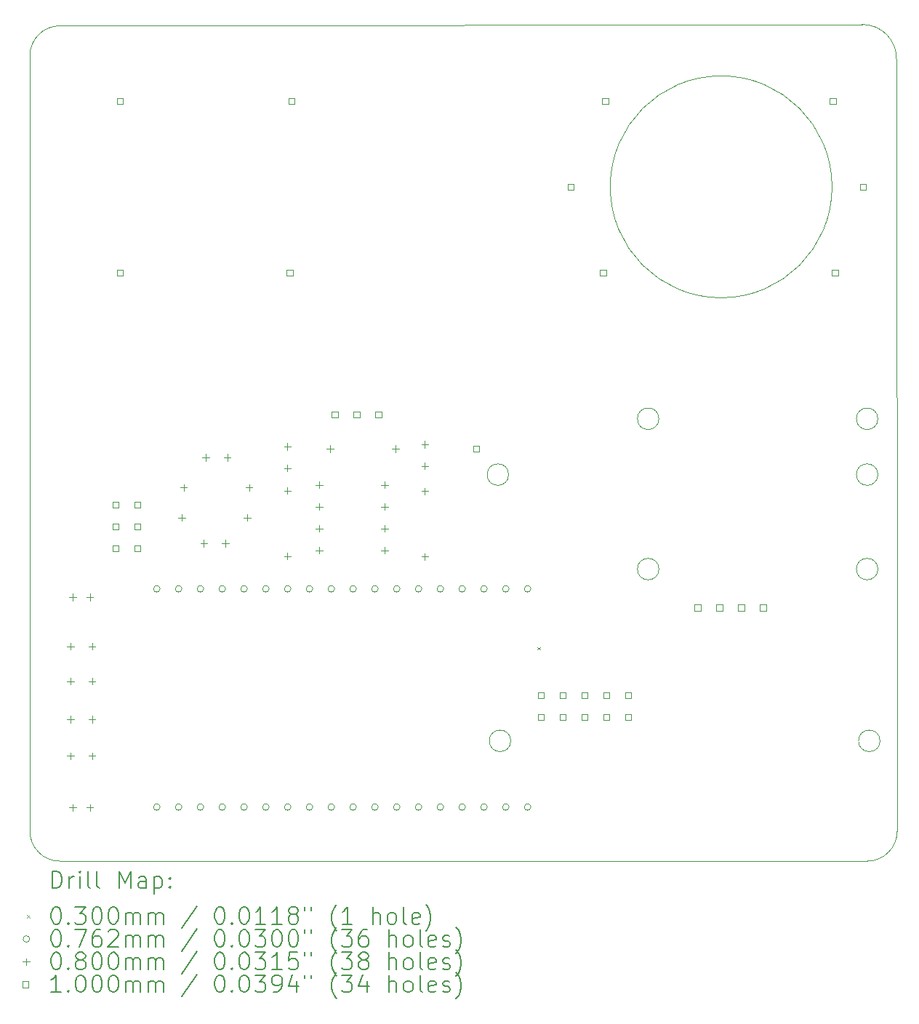
<source format=gbr>
%TF.GenerationSoftware,KiCad,Pcbnew,8.0.6*%
%TF.CreationDate,2024-12-05T23:25:41+00:00*%
%TF.ProjectId,DiamondGeezer,4469616d-6f6e-4644-9765-657a65722e6b,rev?*%
%TF.SameCoordinates,Original*%
%TF.FileFunction,Drillmap*%
%TF.FilePolarity,Positive*%
%FSLAX45Y45*%
G04 Gerber Fmt 4.5, Leading zero omitted, Abs format (unit mm)*
G04 Created by KiCad (PCBNEW 8.0.6) date 2024-12-05 23:25:41*
%MOMM*%
%LPD*%
G01*
G04 APERTURE LIST*
%ADD10C,0.050000*%
%ADD11C,0.200000*%
%ADD12C,0.100000*%
G04 APERTURE END LIST*
D10*
X9250000Y-14225000D02*
G75*
G02*
X8900000Y-13875000I0J350000D01*
G01*
X19000000Y-13875000D02*
G75*
G02*
X18650000Y-14225000I-350000J0D01*
G01*
X18800000Y-12825000D02*
G75*
G02*
X18550000Y-12825000I-125000J0D01*
G01*
X18550000Y-12825000D02*
G75*
G02*
X18800000Y-12825000I125000J0D01*
G01*
X18775000Y-9075000D02*
G75*
G02*
X18525000Y-9075000I-125000J0D01*
G01*
X18525000Y-9075000D02*
G75*
G02*
X18775000Y-9075000I125000J0D01*
G01*
X8900000Y-4850000D02*
G75*
G02*
X9250000Y-4500000I350000J0D01*
G01*
X9250000Y-14225000D02*
X18650000Y-14225000D01*
X16225000Y-9075000D02*
G75*
G02*
X15975000Y-9075000I-125000J0D01*
G01*
X15975000Y-9075000D02*
G75*
G02*
X16225000Y-9075000I125000J0D01*
G01*
X8900000Y-4850000D02*
X8900000Y-13875000D01*
X18241559Y-6375000D02*
G75*
G02*
X15658441Y-6375000I-1291559J0D01*
G01*
X15658441Y-6375000D02*
G75*
G02*
X18241559Y-6375000I1291559J0D01*
G01*
X18592201Y-4484169D02*
G75*
G02*
X18992317Y-4897488I2619J-397791D01*
G01*
X18775000Y-10825000D02*
G75*
G02*
X18525000Y-10825000I-125000J0D01*
G01*
X18525000Y-10825000D02*
G75*
G02*
X18775000Y-10825000I125000J0D01*
G01*
X16225000Y-10825000D02*
G75*
G02*
X15975000Y-10825000I-125000J0D01*
G01*
X15975000Y-10825000D02*
G75*
G02*
X16225000Y-10825000I125000J0D01*
G01*
X18592201Y-4484169D02*
X9250000Y-4500000D01*
X19000000Y-13875000D02*
X19000000Y-12700000D01*
X14500000Y-12825000D02*
G75*
G02*
X14250000Y-12825000I-125000J0D01*
G01*
X14250000Y-12825000D02*
G75*
G02*
X14500000Y-12825000I125000J0D01*
G01*
X19000000Y-12700000D02*
X18992313Y-4897487D01*
X14475000Y-9725000D02*
G75*
G02*
X14225000Y-9725000I-125000J0D01*
G01*
X14225000Y-9725000D02*
G75*
G02*
X14475000Y-9725000I125000J0D01*
G01*
X18775000Y-9725000D02*
G75*
G02*
X18525000Y-9725000I-125000J0D01*
G01*
X18525000Y-9725000D02*
G75*
G02*
X18775000Y-9725000I125000J0D01*
G01*
D11*
D12*
X14810000Y-11735000D02*
X14840000Y-11765000D01*
X14840000Y-11735000D02*
X14810000Y-11765000D01*
X10416100Y-11055000D02*
G75*
G02*
X10339900Y-11055000I-38100J0D01*
G01*
X10339900Y-11055000D02*
G75*
G02*
X10416100Y-11055000I38100J0D01*
G01*
X10416100Y-13595000D02*
G75*
G02*
X10339900Y-13595000I-38100J0D01*
G01*
X10339900Y-13595000D02*
G75*
G02*
X10416100Y-13595000I38100J0D01*
G01*
X10670100Y-11055000D02*
G75*
G02*
X10593900Y-11055000I-38100J0D01*
G01*
X10593900Y-11055000D02*
G75*
G02*
X10670100Y-11055000I38100J0D01*
G01*
X10670100Y-13595000D02*
G75*
G02*
X10593900Y-13595000I-38100J0D01*
G01*
X10593900Y-13595000D02*
G75*
G02*
X10670100Y-13595000I38100J0D01*
G01*
X10924100Y-11055000D02*
G75*
G02*
X10847900Y-11055000I-38100J0D01*
G01*
X10847900Y-11055000D02*
G75*
G02*
X10924100Y-11055000I38100J0D01*
G01*
X10924100Y-13595000D02*
G75*
G02*
X10847900Y-13595000I-38100J0D01*
G01*
X10847900Y-13595000D02*
G75*
G02*
X10924100Y-13595000I38100J0D01*
G01*
X11178100Y-11055000D02*
G75*
G02*
X11101900Y-11055000I-38100J0D01*
G01*
X11101900Y-11055000D02*
G75*
G02*
X11178100Y-11055000I38100J0D01*
G01*
X11178100Y-13595000D02*
G75*
G02*
X11101900Y-13595000I-38100J0D01*
G01*
X11101900Y-13595000D02*
G75*
G02*
X11178100Y-13595000I38100J0D01*
G01*
X11432100Y-11055000D02*
G75*
G02*
X11355900Y-11055000I-38100J0D01*
G01*
X11355900Y-11055000D02*
G75*
G02*
X11432100Y-11055000I38100J0D01*
G01*
X11432100Y-13595000D02*
G75*
G02*
X11355900Y-13595000I-38100J0D01*
G01*
X11355900Y-13595000D02*
G75*
G02*
X11432100Y-13595000I38100J0D01*
G01*
X11686100Y-11055000D02*
G75*
G02*
X11609900Y-11055000I-38100J0D01*
G01*
X11609900Y-11055000D02*
G75*
G02*
X11686100Y-11055000I38100J0D01*
G01*
X11686100Y-13595000D02*
G75*
G02*
X11609900Y-13595000I-38100J0D01*
G01*
X11609900Y-13595000D02*
G75*
G02*
X11686100Y-13595000I38100J0D01*
G01*
X11940100Y-11055000D02*
G75*
G02*
X11863900Y-11055000I-38100J0D01*
G01*
X11863900Y-11055000D02*
G75*
G02*
X11940100Y-11055000I38100J0D01*
G01*
X11940100Y-13595000D02*
G75*
G02*
X11863900Y-13595000I-38100J0D01*
G01*
X11863900Y-13595000D02*
G75*
G02*
X11940100Y-13595000I38100J0D01*
G01*
X12194100Y-11055000D02*
G75*
G02*
X12117900Y-11055000I-38100J0D01*
G01*
X12117900Y-11055000D02*
G75*
G02*
X12194100Y-11055000I38100J0D01*
G01*
X12194100Y-13595000D02*
G75*
G02*
X12117900Y-13595000I-38100J0D01*
G01*
X12117900Y-13595000D02*
G75*
G02*
X12194100Y-13595000I38100J0D01*
G01*
X12448100Y-11055000D02*
G75*
G02*
X12371900Y-11055000I-38100J0D01*
G01*
X12371900Y-11055000D02*
G75*
G02*
X12448100Y-11055000I38100J0D01*
G01*
X12448100Y-13595000D02*
G75*
G02*
X12371900Y-13595000I-38100J0D01*
G01*
X12371900Y-13595000D02*
G75*
G02*
X12448100Y-13595000I38100J0D01*
G01*
X12702100Y-11055000D02*
G75*
G02*
X12625900Y-11055000I-38100J0D01*
G01*
X12625900Y-11055000D02*
G75*
G02*
X12702100Y-11055000I38100J0D01*
G01*
X12702100Y-13595000D02*
G75*
G02*
X12625900Y-13595000I-38100J0D01*
G01*
X12625900Y-13595000D02*
G75*
G02*
X12702100Y-13595000I38100J0D01*
G01*
X12956100Y-11055000D02*
G75*
G02*
X12879900Y-11055000I-38100J0D01*
G01*
X12879900Y-11055000D02*
G75*
G02*
X12956100Y-11055000I38100J0D01*
G01*
X12956100Y-13595000D02*
G75*
G02*
X12879900Y-13595000I-38100J0D01*
G01*
X12879900Y-13595000D02*
G75*
G02*
X12956100Y-13595000I38100J0D01*
G01*
X13210100Y-11055000D02*
G75*
G02*
X13133900Y-11055000I-38100J0D01*
G01*
X13133900Y-11055000D02*
G75*
G02*
X13210100Y-11055000I38100J0D01*
G01*
X13210100Y-13595000D02*
G75*
G02*
X13133900Y-13595000I-38100J0D01*
G01*
X13133900Y-13595000D02*
G75*
G02*
X13210100Y-13595000I38100J0D01*
G01*
X13464100Y-11055000D02*
G75*
G02*
X13387900Y-11055000I-38100J0D01*
G01*
X13387900Y-11055000D02*
G75*
G02*
X13464100Y-11055000I38100J0D01*
G01*
X13464100Y-13595000D02*
G75*
G02*
X13387900Y-13595000I-38100J0D01*
G01*
X13387900Y-13595000D02*
G75*
G02*
X13464100Y-13595000I38100J0D01*
G01*
X13718100Y-11055000D02*
G75*
G02*
X13641900Y-11055000I-38100J0D01*
G01*
X13641900Y-11055000D02*
G75*
G02*
X13718100Y-11055000I38100J0D01*
G01*
X13718100Y-13595000D02*
G75*
G02*
X13641900Y-13595000I-38100J0D01*
G01*
X13641900Y-13595000D02*
G75*
G02*
X13718100Y-13595000I38100J0D01*
G01*
X13972100Y-11055000D02*
G75*
G02*
X13895900Y-11055000I-38100J0D01*
G01*
X13895900Y-11055000D02*
G75*
G02*
X13972100Y-11055000I38100J0D01*
G01*
X13972100Y-13595000D02*
G75*
G02*
X13895900Y-13595000I-38100J0D01*
G01*
X13895900Y-13595000D02*
G75*
G02*
X13972100Y-13595000I38100J0D01*
G01*
X14226100Y-11055000D02*
G75*
G02*
X14149900Y-11055000I-38100J0D01*
G01*
X14149900Y-11055000D02*
G75*
G02*
X14226100Y-11055000I38100J0D01*
G01*
X14226100Y-13595000D02*
G75*
G02*
X14149900Y-13595000I-38100J0D01*
G01*
X14149900Y-13595000D02*
G75*
G02*
X14226100Y-13595000I38100J0D01*
G01*
X14480100Y-11055000D02*
G75*
G02*
X14403900Y-11055000I-38100J0D01*
G01*
X14403900Y-11055000D02*
G75*
G02*
X14480100Y-11055000I38100J0D01*
G01*
X14480100Y-13595000D02*
G75*
G02*
X14403900Y-13595000I-38100J0D01*
G01*
X14403900Y-13595000D02*
G75*
G02*
X14480100Y-13595000I38100J0D01*
G01*
X14734100Y-11055000D02*
G75*
G02*
X14657900Y-11055000I-38100J0D01*
G01*
X14657900Y-11055000D02*
G75*
G02*
X14734100Y-11055000I38100J0D01*
G01*
X14734100Y-13595000D02*
G75*
G02*
X14657900Y-13595000I-38100J0D01*
G01*
X14657900Y-13595000D02*
G75*
G02*
X14734100Y-13595000I38100J0D01*
G01*
X9375000Y-11685000D02*
X9375000Y-11765000D01*
X9335000Y-11725000D02*
X9415000Y-11725000D01*
X9375000Y-12090000D02*
X9375000Y-12170000D01*
X9335000Y-12130000D02*
X9415000Y-12130000D01*
X9375000Y-12535000D02*
X9375000Y-12615000D01*
X9335000Y-12575000D02*
X9415000Y-12575000D01*
X9375000Y-12960000D02*
X9375000Y-13040000D01*
X9335000Y-13000000D02*
X9415000Y-13000000D01*
X9400000Y-11110000D02*
X9400000Y-11190000D01*
X9360000Y-11150000D02*
X9440000Y-11150000D01*
X9400000Y-13560000D02*
X9400000Y-13640000D01*
X9360000Y-13600000D02*
X9440000Y-13600000D01*
X9600000Y-11110000D02*
X9600000Y-11190000D01*
X9560000Y-11150000D02*
X9640000Y-11150000D01*
X9600000Y-13560000D02*
X9600000Y-13640000D01*
X9560000Y-13600000D02*
X9640000Y-13600000D01*
X9625000Y-11685000D02*
X9625000Y-11765000D01*
X9585000Y-11725000D02*
X9665000Y-11725000D01*
X9625000Y-12090000D02*
X9625000Y-12170000D01*
X9585000Y-12130000D02*
X9665000Y-12130000D01*
X9625000Y-12535000D02*
X9625000Y-12615000D01*
X9585000Y-12575000D02*
X9665000Y-12575000D01*
X9625000Y-12960000D02*
X9625000Y-13040000D01*
X9585000Y-13000000D02*
X9665000Y-13000000D01*
X10669000Y-10185000D02*
X10669000Y-10265000D01*
X10629000Y-10225000D02*
X10709000Y-10225000D01*
X10692000Y-9835000D02*
X10692000Y-9915000D01*
X10652000Y-9875000D02*
X10732000Y-9875000D01*
X10925000Y-10485000D02*
X10925000Y-10565000D01*
X10885000Y-10525000D02*
X10965000Y-10525000D01*
X10950000Y-9485000D02*
X10950000Y-9565000D01*
X10910000Y-9525000D02*
X10990000Y-9525000D01*
X11175000Y-10485000D02*
X11175000Y-10565000D01*
X11135000Y-10525000D02*
X11215000Y-10525000D01*
X11200000Y-9485000D02*
X11200000Y-9565000D01*
X11160000Y-9525000D02*
X11240000Y-9525000D01*
X11431000Y-10185000D02*
X11431000Y-10265000D01*
X11391000Y-10225000D02*
X11471000Y-10225000D01*
X11454000Y-9835000D02*
X11454000Y-9915000D01*
X11414000Y-9875000D02*
X11494000Y-9875000D01*
X11900000Y-9360000D02*
X11900000Y-9440000D01*
X11860000Y-9400000D02*
X11940000Y-9400000D01*
X11900000Y-9610000D02*
X11900000Y-9690000D01*
X11860000Y-9650000D02*
X11940000Y-9650000D01*
X11900000Y-9873000D02*
X11900000Y-9953000D01*
X11860000Y-9913000D02*
X11940000Y-9913000D01*
X11900000Y-10635000D02*
X11900000Y-10715000D01*
X11860000Y-10675000D02*
X11940000Y-10675000D01*
X12270000Y-9805000D02*
X12270000Y-9885000D01*
X12230000Y-9845000D02*
X12310000Y-9845000D01*
X12270000Y-10059000D02*
X12270000Y-10139000D01*
X12230000Y-10099000D02*
X12310000Y-10099000D01*
X12270000Y-10313000D02*
X12270000Y-10393000D01*
X12230000Y-10353000D02*
X12310000Y-10353000D01*
X12270000Y-10567000D02*
X12270000Y-10647000D01*
X12230000Y-10607000D02*
X12310000Y-10607000D01*
X12396000Y-9385000D02*
X12396000Y-9465000D01*
X12356000Y-9425000D02*
X12436000Y-9425000D01*
X13032000Y-9805000D02*
X13032000Y-9885000D01*
X12992000Y-9845000D02*
X13072000Y-9845000D01*
X13032000Y-10059000D02*
X13032000Y-10139000D01*
X12992000Y-10099000D02*
X13072000Y-10099000D01*
X13032000Y-10313000D02*
X13032000Y-10393000D01*
X12992000Y-10353000D02*
X13072000Y-10353000D01*
X13032000Y-10567000D02*
X13032000Y-10647000D01*
X12992000Y-10607000D02*
X13072000Y-10607000D01*
X13158000Y-9385000D02*
X13158000Y-9465000D01*
X13118000Y-9425000D02*
X13198000Y-9425000D01*
X13500000Y-9335000D02*
X13500000Y-9415000D01*
X13460000Y-9375000D02*
X13540000Y-9375000D01*
X13500000Y-9585000D02*
X13500000Y-9665000D01*
X13460000Y-9625000D02*
X13540000Y-9625000D01*
X13500000Y-9877000D02*
X13500000Y-9957000D01*
X13460000Y-9917000D02*
X13540000Y-9917000D01*
X13500000Y-10639000D02*
X13500000Y-10719000D01*
X13460000Y-10679000D02*
X13540000Y-10679000D01*
X9935356Y-10110356D02*
X9935356Y-10039644D01*
X9864644Y-10039644D01*
X9864644Y-10110356D01*
X9935356Y-10110356D01*
X9935356Y-10364356D02*
X9935356Y-10293644D01*
X9864644Y-10293644D01*
X9864644Y-10364356D01*
X9935356Y-10364356D01*
X9935356Y-10618356D02*
X9935356Y-10547644D01*
X9864644Y-10547644D01*
X9864644Y-10618356D01*
X9935356Y-10618356D01*
X9985356Y-5410356D02*
X9985356Y-5339644D01*
X9914644Y-5339644D01*
X9914644Y-5410356D01*
X9985356Y-5410356D01*
X9985356Y-7410356D02*
X9985356Y-7339644D01*
X9914644Y-7339644D01*
X9914644Y-7410356D01*
X9985356Y-7410356D01*
X10189356Y-10110356D02*
X10189356Y-10039644D01*
X10118644Y-10039644D01*
X10118644Y-10110356D01*
X10189356Y-10110356D01*
X10189356Y-10364356D02*
X10189356Y-10293644D01*
X10118644Y-10293644D01*
X10118644Y-10364356D01*
X10189356Y-10364356D01*
X10189356Y-10618356D02*
X10189356Y-10547644D01*
X10118644Y-10547644D01*
X10118644Y-10618356D01*
X10189356Y-10618356D01*
X11960356Y-7410356D02*
X11960356Y-7339644D01*
X11889644Y-7339644D01*
X11889644Y-7410356D01*
X11960356Y-7410356D01*
X11985356Y-5410356D02*
X11985356Y-5339644D01*
X11914644Y-5339644D01*
X11914644Y-5410356D01*
X11985356Y-5410356D01*
X12485356Y-9060356D02*
X12485356Y-8989644D01*
X12414644Y-8989644D01*
X12414644Y-9060356D01*
X12485356Y-9060356D01*
X12739356Y-9060356D02*
X12739356Y-8989644D01*
X12668644Y-8989644D01*
X12668644Y-9060356D01*
X12739356Y-9060356D01*
X12993356Y-9060356D02*
X12993356Y-8989644D01*
X12922644Y-8989644D01*
X12922644Y-9060356D01*
X12993356Y-9060356D01*
X14135356Y-9460356D02*
X14135356Y-9389644D01*
X14064644Y-9389644D01*
X14064644Y-9460356D01*
X14135356Y-9460356D01*
X14885356Y-12331356D02*
X14885356Y-12260644D01*
X14814644Y-12260644D01*
X14814644Y-12331356D01*
X14885356Y-12331356D01*
X14885356Y-12585356D02*
X14885356Y-12514644D01*
X14814644Y-12514644D01*
X14814644Y-12585356D01*
X14885356Y-12585356D01*
X15139356Y-12331356D02*
X15139356Y-12260644D01*
X15068644Y-12260644D01*
X15068644Y-12331356D01*
X15139356Y-12331356D01*
X15139356Y-12585356D02*
X15139356Y-12514644D01*
X15068644Y-12514644D01*
X15068644Y-12585356D01*
X15139356Y-12585356D01*
X15235356Y-6410356D02*
X15235356Y-6339644D01*
X15164644Y-6339644D01*
X15164644Y-6410356D01*
X15235356Y-6410356D01*
X15393356Y-12331356D02*
X15393356Y-12260644D01*
X15322644Y-12260644D01*
X15322644Y-12331356D01*
X15393356Y-12331356D01*
X15393356Y-12585356D02*
X15393356Y-12514644D01*
X15322644Y-12514644D01*
X15322644Y-12585356D01*
X15393356Y-12585356D01*
X15610356Y-7410356D02*
X15610356Y-7339644D01*
X15539644Y-7339644D01*
X15539644Y-7410356D01*
X15610356Y-7410356D01*
X15635356Y-5410356D02*
X15635356Y-5339644D01*
X15564644Y-5339644D01*
X15564644Y-5410356D01*
X15635356Y-5410356D01*
X15647356Y-12331356D02*
X15647356Y-12260644D01*
X15576644Y-12260644D01*
X15576644Y-12331356D01*
X15647356Y-12331356D01*
X15647356Y-12585356D02*
X15647356Y-12514644D01*
X15576644Y-12514644D01*
X15576644Y-12585356D01*
X15647356Y-12585356D01*
X15901356Y-12331356D02*
X15901356Y-12260644D01*
X15830644Y-12260644D01*
X15830644Y-12331356D01*
X15901356Y-12331356D01*
X15901356Y-12585356D02*
X15901356Y-12514644D01*
X15830644Y-12514644D01*
X15830644Y-12585356D01*
X15901356Y-12585356D01*
X16710356Y-11307856D02*
X16710356Y-11237144D01*
X16639644Y-11237144D01*
X16639644Y-11307856D01*
X16710356Y-11307856D01*
X16964356Y-11307856D02*
X16964356Y-11237144D01*
X16893644Y-11237144D01*
X16893644Y-11307856D01*
X16964356Y-11307856D01*
X17218356Y-11307856D02*
X17218356Y-11237144D01*
X17147644Y-11237144D01*
X17147644Y-11307856D01*
X17218356Y-11307856D01*
X17472356Y-11307856D02*
X17472356Y-11237144D01*
X17401644Y-11237144D01*
X17401644Y-11307856D01*
X17472356Y-11307856D01*
X18285356Y-5410356D02*
X18285356Y-5339644D01*
X18214644Y-5339644D01*
X18214644Y-5410356D01*
X18285356Y-5410356D01*
X18310356Y-7410356D02*
X18310356Y-7339644D01*
X18239644Y-7339644D01*
X18239644Y-7410356D01*
X18310356Y-7410356D01*
X18635356Y-6410356D02*
X18635356Y-6339644D01*
X18564644Y-6339644D01*
X18564644Y-6410356D01*
X18635356Y-6410356D01*
D11*
X9158277Y-14538984D02*
X9158277Y-14338984D01*
X9158277Y-14338984D02*
X9205896Y-14338984D01*
X9205896Y-14338984D02*
X9234467Y-14348508D01*
X9234467Y-14348508D02*
X9253515Y-14367555D01*
X9253515Y-14367555D02*
X9263039Y-14386603D01*
X9263039Y-14386603D02*
X9272563Y-14424698D01*
X9272563Y-14424698D02*
X9272563Y-14453269D01*
X9272563Y-14453269D02*
X9263039Y-14491365D01*
X9263039Y-14491365D02*
X9253515Y-14510412D01*
X9253515Y-14510412D02*
X9234467Y-14529460D01*
X9234467Y-14529460D02*
X9205896Y-14538984D01*
X9205896Y-14538984D02*
X9158277Y-14538984D01*
X9358277Y-14538984D02*
X9358277Y-14405650D01*
X9358277Y-14443746D02*
X9367801Y-14424698D01*
X9367801Y-14424698D02*
X9377324Y-14415174D01*
X9377324Y-14415174D02*
X9396372Y-14405650D01*
X9396372Y-14405650D02*
X9415420Y-14405650D01*
X9482086Y-14538984D02*
X9482086Y-14405650D01*
X9482086Y-14338984D02*
X9472563Y-14348508D01*
X9472563Y-14348508D02*
X9482086Y-14358031D01*
X9482086Y-14358031D02*
X9491610Y-14348508D01*
X9491610Y-14348508D02*
X9482086Y-14338984D01*
X9482086Y-14338984D02*
X9482086Y-14358031D01*
X9605896Y-14538984D02*
X9586848Y-14529460D01*
X9586848Y-14529460D02*
X9577324Y-14510412D01*
X9577324Y-14510412D02*
X9577324Y-14338984D01*
X9710658Y-14538984D02*
X9691610Y-14529460D01*
X9691610Y-14529460D02*
X9682086Y-14510412D01*
X9682086Y-14510412D02*
X9682086Y-14338984D01*
X9939229Y-14538984D02*
X9939229Y-14338984D01*
X9939229Y-14338984D02*
X10005896Y-14481841D01*
X10005896Y-14481841D02*
X10072563Y-14338984D01*
X10072563Y-14338984D02*
X10072563Y-14538984D01*
X10253515Y-14538984D02*
X10253515Y-14434222D01*
X10253515Y-14434222D02*
X10243991Y-14415174D01*
X10243991Y-14415174D02*
X10224944Y-14405650D01*
X10224944Y-14405650D02*
X10186848Y-14405650D01*
X10186848Y-14405650D02*
X10167801Y-14415174D01*
X10253515Y-14529460D02*
X10234467Y-14538984D01*
X10234467Y-14538984D02*
X10186848Y-14538984D01*
X10186848Y-14538984D02*
X10167801Y-14529460D01*
X10167801Y-14529460D02*
X10158277Y-14510412D01*
X10158277Y-14510412D02*
X10158277Y-14491365D01*
X10158277Y-14491365D02*
X10167801Y-14472317D01*
X10167801Y-14472317D02*
X10186848Y-14462793D01*
X10186848Y-14462793D02*
X10234467Y-14462793D01*
X10234467Y-14462793D02*
X10253515Y-14453269D01*
X10348753Y-14405650D02*
X10348753Y-14605650D01*
X10348753Y-14415174D02*
X10367801Y-14405650D01*
X10367801Y-14405650D02*
X10405896Y-14405650D01*
X10405896Y-14405650D02*
X10424944Y-14415174D01*
X10424944Y-14415174D02*
X10434467Y-14424698D01*
X10434467Y-14424698D02*
X10443991Y-14443746D01*
X10443991Y-14443746D02*
X10443991Y-14500888D01*
X10443991Y-14500888D02*
X10434467Y-14519936D01*
X10434467Y-14519936D02*
X10424944Y-14529460D01*
X10424944Y-14529460D02*
X10405896Y-14538984D01*
X10405896Y-14538984D02*
X10367801Y-14538984D01*
X10367801Y-14538984D02*
X10348753Y-14529460D01*
X10529705Y-14519936D02*
X10539229Y-14529460D01*
X10539229Y-14529460D02*
X10529705Y-14538984D01*
X10529705Y-14538984D02*
X10520182Y-14529460D01*
X10520182Y-14529460D02*
X10529705Y-14519936D01*
X10529705Y-14519936D02*
X10529705Y-14538984D01*
X10529705Y-14415174D02*
X10539229Y-14424698D01*
X10539229Y-14424698D02*
X10529705Y-14434222D01*
X10529705Y-14434222D02*
X10520182Y-14424698D01*
X10520182Y-14424698D02*
X10529705Y-14415174D01*
X10529705Y-14415174D02*
X10529705Y-14434222D01*
D12*
X8867500Y-14852500D02*
X8897500Y-14882500D01*
X8897500Y-14852500D02*
X8867500Y-14882500D01*
D11*
X9196372Y-14758984D02*
X9215420Y-14758984D01*
X9215420Y-14758984D02*
X9234467Y-14768508D01*
X9234467Y-14768508D02*
X9243991Y-14778031D01*
X9243991Y-14778031D02*
X9253515Y-14797079D01*
X9253515Y-14797079D02*
X9263039Y-14835174D01*
X9263039Y-14835174D02*
X9263039Y-14882793D01*
X9263039Y-14882793D02*
X9253515Y-14920888D01*
X9253515Y-14920888D02*
X9243991Y-14939936D01*
X9243991Y-14939936D02*
X9234467Y-14949460D01*
X9234467Y-14949460D02*
X9215420Y-14958984D01*
X9215420Y-14958984D02*
X9196372Y-14958984D01*
X9196372Y-14958984D02*
X9177324Y-14949460D01*
X9177324Y-14949460D02*
X9167801Y-14939936D01*
X9167801Y-14939936D02*
X9158277Y-14920888D01*
X9158277Y-14920888D02*
X9148753Y-14882793D01*
X9148753Y-14882793D02*
X9148753Y-14835174D01*
X9148753Y-14835174D02*
X9158277Y-14797079D01*
X9158277Y-14797079D02*
X9167801Y-14778031D01*
X9167801Y-14778031D02*
X9177324Y-14768508D01*
X9177324Y-14768508D02*
X9196372Y-14758984D01*
X9348753Y-14939936D02*
X9358277Y-14949460D01*
X9358277Y-14949460D02*
X9348753Y-14958984D01*
X9348753Y-14958984D02*
X9339229Y-14949460D01*
X9339229Y-14949460D02*
X9348753Y-14939936D01*
X9348753Y-14939936D02*
X9348753Y-14958984D01*
X9424944Y-14758984D02*
X9548753Y-14758984D01*
X9548753Y-14758984D02*
X9482086Y-14835174D01*
X9482086Y-14835174D02*
X9510658Y-14835174D01*
X9510658Y-14835174D02*
X9529705Y-14844698D01*
X9529705Y-14844698D02*
X9539229Y-14854222D01*
X9539229Y-14854222D02*
X9548753Y-14873269D01*
X9548753Y-14873269D02*
X9548753Y-14920888D01*
X9548753Y-14920888D02*
X9539229Y-14939936D01*
X9539229Y-14939936D02*
X9529705Y-14949460D01*
X9529705Y-14949460D02*
X9510658Y-14958984D01*
X9510658Y-14958984D02*
X9453515Y-14958984D01*
X9453515Y-14958984D02*
X9434467Y-14949460D01*
X9434467Y-14949460D02*
X9424944Y-14939936D01*
X9672563Y-14758984D02*
X9691610Y-14758984D01*
X9691610Y-14758984D02*
X9710658Y-14768508D01*
X9710658Y-14768508D02*
X9720182Y-14778031D01*
X9720182Y-14778031D02*
X9729705Y-14797079D01*
X9729705Y-14797079D02*
X9739229Y-14835174D01*
X9739229Y-14835174D02*
X9739229Y-14882793D01*
X9739229Y-14882793D02*
X9729705Y-14920888D01*
X9729705Y-14920888D02*
X9720182Y-14939936D01*
X9720182Y-14939936D02*
X9710658Y-14949460D01*
X9710658Y-14949460D02*
X9691610Y-14958984D01*
X9691610Y-14958984D02*
X9672563Y-14958984D01*
X9672563Y-14958984D02*
X9653515Y-14949460D01*
X9653515Y-14949460D02*
X9643991Y-14939936D01*
X9643991Y-14939936D02*
X9634467Y-14920888D01*
X9634467Y-14920888D02*
X9624944Y-14882793D01*
X9624944Y-14882793D02*
X9624944Y-14835174D01*
X9624944Y-14835174D02*
X9634467Y-14797079D01*
X9634467Y-14797079D02*
X9643991Y-14778031D01*
X9643991Y-14778031D02*
X9653515Y-14768508D01*
X9653515Y-14768508D02*
X9672563Y-14758984D01*
X9863039Y-14758984D02*
X9882086Y-14758984D01*
X9882086Y-14758984D02*
X9901134Y-14768508D01*
X9901134Y-14768508D02*
X9910658Y-14778031D01*
X9910658Y-14778031D02*
X9920182Y-14797079D01*
X9920182Y-14797079D02*
X9929705Y-14835174D01*
X9929705Y-14835174D02*
X9929705Y-14882793D01*
X9929705Y-14882793D02*
X9920182Y-14920888D01*
X9920182Y-14920888D02*
X9910658Y-14939936D01*
X9910658Y-14939936D02*
X9901134Y-14949460D01*
X9901134Y-14949460D02*
X9882086Y-14958984D01*
X9882086Y-14958984D02*
X9863039Y-14958984D01*
X9863039Y-14958984D02*
X9843991Y-14949460D01*
X9843991Y-14949460D02*
X9834467Y-14939936D01*
X9834467Y-14939936D02*
X9824944Y-14920888D01*
X9824944Y-14920888D02*
X9815420Y-14882793D01*
X9815420Y-14882793D02*
X9815420Y-14835174D01*
X9815420Y-14835174D02*
X9824944Y-14797079D01*
X9824944Y-14797079D02*
X9834467Y-14778031D01*
X9834467Y-14778031D02*
X9843991Y-14768508D01*
X9843991Y-14768508D02*
X9863039Y-14758984D01*
X10015420Y-14958984D02*
X10015420Y-14825650D01*
X10015420Y-14844698D02*
X10024944Y-14835174D01*
X10024944Y-14835174D02*
X10043991Y-14825650D01*
X10043991Y-14825650D02*
X10072563Y-14825650D01*
X10072563Y-14825650D02*
X10091610Y-14835174D01*
X10091610Y-14835174D02*
X10101134Y-14854222D01*
X10101134Y-14854222D02*
X10101134Y-14958984D01*
X10101134Y-14854222D02*
X10110658Y-14835174D01*
X10110658Y-14835174D02*
X10129705Y-14825650D01*
X10129705Y-14825650D02*
X10158277Y-14825650D01*
X10158277Y-14825650D02*
X10177325Y-14835174D01*
X10177325Y-14835174D02*
X10186848Y-14854222D01*
X10186848Y-14854222D02*
X10186848Y-14958984D01*
X10282086Y-14958984D02*
X10282086Y-14825650D01*
X10282086Y-14844698D02*
X10291610Y-14835174D01*
X10291610Y-14835174D02*
X10310658Y-14825650D01*
X10310658Y-14825650D02*
X10339229Y-14825650D01*
X10339229Y-14825650D02*
X10358277Y-14835174D01*
X10358277Y-14835174D02*
X10367801Y-14854222D01*
X10367801Y-14854222D02*
X10367801Y-14958984D01*
X10367801Y-14854222D02*
X10377325Y-14835174D01*
X10377325Y-14835174D02*
X10396372Y-14825650D01*
X10396372Y-14825650D02*
X10424944Y-14825650D01*
X10424944Y-14825650D02*
X10443991Y-14835174D01*
X10443991Y-14835174D02*
X10453515Y-14854222D01*
X10453515Y-14854222D02*
X10453515Y-14958984D01*
X10843991Y-14749460D02*
X10672563Y-15006603D01*
X11101134Y-14758984D02*
X11120182Y-14758984D01*
X11120182Y-14758984D02*
X11139229Y-14768508D01*
X11139229Y-14768508D02*
X11148753Y-14778031D01*
X11148753Y-14778031D02*
X11158277Y-14797079D01*
X11158277Y-14797079D02*
X11167801Y-14835174D01*
X11167801Y-14835174D02*
X11167801Y-14882793D01*
X11167801Y-14882793D02*
X11158277Y-14920888D01*
X11158277Y-14920888D02*
X11148753Y-14939936D01*
X11148753Y-14939936D02*
X11139229Y-14949460D01*
X11139229Y-14949460D02*
X11120182Y-14958984D01*
X11120182Y-14958984D02*
X11101134Y-14958984D01*
X11101134Y-14958984D02*
X11082087Y-14949460D01*
X11082087Y-14949460D02*
X11072563Y-14939936D01*
X11072563Y-14939936D02*
X11063039Y-14920888D01*
X11063039Y-14920888D02*
X11053515Y-14882793D01*
X11053515Y-14882793D02*
X11053515Y-14835174D01*
X11053515Y-14835174D02*
X11063039Y-14797079D01*
X11063039Y-14797079D02*
X11072563Y-14778031D01*
X11072563Y-14778031D02*
X11082087Y-14768508D01*
X11082087Y-14768508D02*
X11101134Y-14758984D01*
X11253515Y-14939936D02*
X11263039Y-14949460D01*
X11263039Y-14949460D02*
X11253515Y-14958984D01*
X11253515Y-14958984D02*
X11243991Y-14949460D01*
X11243991Y-14949460D02*
X11253515Y-14939936D01*
X11253515Y-14939936D02*
X11253515Y-14958984D01*
X11386848Y-14758984D02*
X11405896Y-14758984D01*
X11405896Y-14758984D02*
X11424944Y-14768508D01*
X11424944Y-14768508D02*
X11434467Y-14778031D01*
X11434467Y-14778031D02*
X11443991Y-14797079D01*
X11443991Y-14797079D02*
X11453515Y-14835174D01*
X11453515Y-14835174D02*
X11453515Y-14882793D01*
X11453515Y-14882793D02*
X11443991Y-14920888D01*
X11443991Y-14920888D02*
X11434467Y-14939936D01*
X11434467Y-14939936D02*
X11424944Y-14949460D01*
X11424944Y-14949460D02*
X11405896Y-14958984D01*
X11405896Y-14958984D02*
X11386848Y-14958984D01*
X11386848Y-14958984D02*
X11367801Y-14949460D01*
X11367801Y-14949460D02*
X11358277Y-14939936D01*
X11358277Y-14939936D02*
X11348753Y-14920888D01*
X11348753Y-14920888D02*
X11339229Y-14882793D01*
X11339229Y-14882793D02*
X11339229Y-14835174D01*
X11339229Y-14835174D02*
X11348753Y-14797079D01*
X11348753Y-14797079D02*
X11358277Y-14778031D01*
X11358277Y-14778031D02*
X11367801Y-14768508D01*
X11367801Y-14768508D02*
X11386848Y-14758984D01*
X11643991Y-14958984D02*
X11529706Y-14958984D01*
X11586848Y-14958984D02*
X11586848Y-14758984D01*
X11586848Y-14758984D02*
X11567801Y-14787555D01*
X11567801Y-14787555D02*
X11548753Y-14806603D01*
X11548753Y-14806603D02*
X11529706Y-14816127D01*
X11834467Y-14958984D02*
X11720182Y-14958984D01*
X11777325Y-14958984D02*
X11777325Y-14758984D01*
X11777325Y-14758984D02*
X11758277Y-14787555D01*
X11758277Y-14787555D02*
X11739229Y-14806603D01*
X11739229Y-14806603D02*
X11720182Y-14816127D01*
X11948753Y-14844698D02*
X11929706Y-14835174D01*
X11929706Y-14835174D02*
X11920182Y-14825650D01*
X11920182Y-14825650D02*
X11910658Y-14806603D01*
X11910658Y-14806603D02*
X11910658Y-14797079D01*
X11910658Y-14797079D02*
X11920182Y-14778031D01*
X11920182Y-14778031D02*
X11929706Y-14768508D01*
X11929706Y-14768508D02*
X11948753Y-14758984D01*
X11948753Y-14758984D02*
X11986848Y-14758984D01*
X11986848Y-14758984D02*
X12005896Y-14768508D01*
X12005896Y-14768508D02*
X12015420Y-14778031D01*
X12015420Y-14778031D02*
X12024944Y-14797079D01*
X12024944Y-14797079D02*
X12024944Y-14806603D01*
X12024944Y-14806603D02*
X12015420Y-14825650D01*
X12015420Y-14825650D02*
X12005896Y-14835174D01*
X12005896Y-14835174D02*
X11986848Y-14844698D01*
X11986848Y-14844698D02*
X11948753Y-14844698D01*
X11948753Y-14844698D02*
X11929706Y-14854222D01*
X11929706Y-14854222D02*
X11920182Y-14863746D01*
X11920182Y-14863746D02*
X11910658Y-14882793D01*
X11910658Y-14882793D02*
X11910658Y-14920888D01*
X11910658Y-14920888D02*
X11920182Y-14939936D01*
X11920182Y-14939936D02*
X11929706Y-14949460D01*
X11929706Y-14949460D02*
X11948753Y-14958984D01*
X11948753Y-14958984D02*
X11986848Y-14958984D01*
X11986848Y-14958984D02*
X12005896Y-14949460D01*
X12005896Y-14949460D02*
X12015420Y-14939936D01*
X12015420Y-14939936D02*
X12024944Y-14920888D01*
X12024944Y-14920888D02*
X12024944Y-14882793D01*
X12024944Y-14882793D02*
X12015420Y-14863746D01*
X12015420Y-14863746D02*
X12005896Y-14854222D01*
X12005896Y-14854222D02*
X11986848Y-14844698D01*
X12101134Y-14758984D02*
X12101134Y-14797079D01*
X12177325Y-14758984D02*
X12177325Y-14797079D01*
X12472563Y-15035174D02*
X12463039Y-15025650D01*
X12463039Y-15025650D02*
X12443991Y-14997079D01*
X12443991Y-14997079D02*
X12434468Y-14978031D01*
X12434468Y-14978031D02*
X12424944Y-14949460D01*
X12424944Y-14949460D02*
X12415420Y-14901841D01*
X12415420Y-14901841D02*
X12415420Y-14863746D01*
X12415420Y-14863746D02*
X12424944Y-14816127D01*
X12424944Y-14816127D02*
X12434468Y-14787555D01*
X12434468Y-14787555D02*
X12443991Y-14768508D01*
X12443991Y-14768508D02*
X12463039Y-14739936D01*
X12463039Y-14739936D02*
X12472563Y-14730412D01*
X12653515Y-14958984D02*
X12539229Y-14958984D01*
X12596372Y-14958984D02*
X12596372Y-14758984D01*
X12596372Y-14758984D02*
X12577325Y-14787555D01*
X12577325Y-14787555D02*
X12558277Y-14806603D01*
X12558277Y-14806603D02*
X12539229Y-14816127D01*
X12891610Y-14958984D02*
X12891610Y-14758984D01*
X12977325Y-14958984D02*
X12977325Y-14854222D01*
X12977325Y-14854222D02*
X12967801Y-14835174D01*
X12967801Y-14835174D02*
X12948753Y-14825650D01*
X12948753Y-14825650D02*
X12920182Y-14825650D01*
X12920182Y-14825650D02*
X12901134Y-14835174D01*
X12901134Y-14835174D02*
X12891610Y-14844698D01*
X13101134Y-14958984D02*
X13082087Y-14949460D01*
X13082087Y-14949460D02*
X13072563Y-14939936D01*
X13072563Y-14939936D02*
X13063039Y-14920888D01*
X13063039Y-14920888D02*
X13063039Y-14863746D01*
X13063039Y-14863746D02*
X13072563Y-14844698D01*
X13072563Y-14844698D02*
X13082087Y-14835174D01*
X13082087Y-14835174D02*
X13101134Y-14825650D01*
X13101134Y-14825650D02*
X13129706Y-14825650D01*
X13129706Y-14825650D02*
X13148753Y-14835174D01*
X13148753Y-14835174D02*
X13158277Y-14844698D01*
X13158277Y-14844698D02*
X13167801Y-14863746D01*
X13167801Y-14863746D02*
X13167801Y-14920888D01*
X13167801Y-14920888D02*
X13158277Y-14939936D01*
X13158277Y-14939936D02*
X13148753Y-14949460D01*
X13148753Y-14949460D02*
X13129706Y-14958984D01*
X13129706Y-14958984D02*
X13101134Y-14958984D01*
X13282087Y-14958984D02*
X13263039Y-14949460D01*
X13263039Y-14949460D02*
X13253515Y-14930412D01*
X13253515Y-14930412D02*
X13253515Y-14758984D01*
X13434468Y-14949460D02*
X13415420Y-14958984D01*
X13415420Y-14958984D02*
X13377325Y-14958984D01*
X13377325Y-14958984D02*
X13358277Y-14949460D01*
X13358277Y-14949460D02*
X13348753Y-14930412D01*
X13348753Y-14930412D02*
X13348753Y-14854222D01*
X13348753Y-14854222D02*
X13358277Y-14835174D01*
X13358277Y-14835174D02*
X13377325Y-14825650D01*
X13377325Y-14825650D02*
X13415420Y-14825650D01*
X13415420Y-14825650D02*
X13434468Y-14835174D01*
X13434468Y-14835174D02*
X13443991Y-14854222D01*
X13443991Y-14854222D02*
X13443991Y-14873269D01*
X13443991Y-14873269D02*
X13348753Y-14892317D01*
X13510658Y-15035174D02*
X13520182Y-15025650D01*
X13520182Y-15025650D02*
X13539230Y-14997079D01*
X13539230Y-14997079D02*
X13548753Y-14978031D01*
X13548753Y-14978031D02*
X13558277Y-14949460D01*
X13558277Y-14949460D02*
X13567801Y-14901841D01*
X13567801Y-14901841D02*
X13567801Y-14863746D01*
X13567801Y-14863746D02*
X13558277Y-14816127D01*
X13558277Y-14816127D02*
X13548753Y-14787555D01*
X13548753Y-14787555D02*
X13539230Y-14768508D01*
X13539230Y-14768508D02*
X13520182Y-14739936D01*
X13520182Y-14739936D02*
X13510658Y-14730412D01*
D12*
X8897500Y-15131500D02*
G75*
G02*
X8821300Y-15131500I-38100J0D01*
G01*
X8821300Y-15131500D02*
G75*
G02*
X8897500Y-15131500I38100J0D01*
G01*
D11*
X9196372Y-15022984D02*
X9215420Y-15022984D01*
X9215420Y-15022984D02*
X9234467Y-15032508D01*
X9234467Y-15032508D02*
X9243991Y-15042031D01*
X9243991Y-15042031D02*
X9253515Y-15061079D01*
X9253515Y-15061079D02*
X9263039Y-15099174D01*
X9263039Y-15099174D02*
X9263039Y-15146793D01*
X9263039Y-15146793D02*
X9253515Y-15184888D01*
X9253515Y-15184888D02*
X9243991Y-15203936D01*
X9243991Y-15203936D02*
X9234467Y-15213460D01*
X9234467Y-15213460D02*
X9215420Y-15222984D01*
X9215420Y-15222984D02*
X9196372Y-15222984D01*
X9196372Y-15222984D02*
X9177324Y-15213460D01*
X9177324Y-15213460D02*
X9167801Y-15203936D01*
X9167801Y-15203936D02*
X9158277Y-15184888D01*
X9158277Y-15184888D02*
X9148753Y-15146793D01*
X9148753Y-15146793D02*
X9148753Y-15099174D01*
X9148753Y-15099174D02*
X9158277Y-15061079D01*
X9158277Y-15061079D02*
X9167801Y-15042031D01*
X9167801Y-15042031D02*
X9177324Y-15032508D01*
X9177324Y-15032508D02*
X9196372Y-15022984D01*
X9348753Y-15203936D02*
X9358277Y-15213460D01*
X9358277Y-15213460D02*
X9348753Y-15222984D01*
X9348753Y-15222984D02*
X9339229Y-15213460D01*
X9339229Y-15213460D02*
X9348753Y-15203936D01*
X9348753Y-15203936D02*
X9348753Y-15222984D01*
X9424944Y-15022984D02*
X9558277Y-15022984D01*
X9558277Y-15022984D02*
X9472563Y-15222984D01*
X9720182Y-15022984D02*
X9682086Y-15022984D01*
X9682086Y-15022984D02*
X9663039Y-15032508D01*
X9663039Y-15032508D02*
X9653515Y-15042031D01*
X9653515Y-15042031D02*
X9634467Y-15070603D01*
X9634467Y-15070603D02*
X9624944Y-15108698D01*
X9624944Y-15108698D02*
X9624944Y-15184888D01*
X9624944Y-15184888D02*
X9634467Y-15203936D01*
X9634467Y-15203936D02*
X9643991Y-15213460D01*
X9643991Y-15213460D02*
X9663039Y-15222984D01*
X9663039Y-15222984D02*
X9701134Y-15222984D01*
X9701134Y-15222984D02*
X9720182Y-15213460D01*
X9720182Y-15213460D02*
X9729705Y-15203936D01*
X9729705Y-15203936D02*
X9739229Y-15184888D01*
X9739229Y-15184888D02*
X9739229Y-15137269D01*
X9739229Y-15137269D02*
X9729705Y-15118222D01*
X9729705Y-15118222D02*
X9720182Y-15108698D01*
X9720182Y-15108698D02*
X9701134Y-15099174D01*
X9701134Y-15099174D02*
X9663039Y-15099174D01*
X9663039Y-15099174D02*
X9643991Y-15108698D01*
X9643991Y-15108698D02*
X9634467Y-15118222D01*
X9634467Y-15118222D02*
X9624944Y-15137269D01*
X9815420Y-15042031D02*
X9824944Y-15032508D01*
X9824944Y-15032508D02*
X9843991Y-15022984D01*
X9843991Y-15022984D02*
X9891610Y-15022984D01*
X9891610Y-15022984D02*
X9910658Y-15032508D01*
X9910658Y-15032508D02*
X9920182Y-15042031D01*
X9920182Y-15042031D02*
X9929705Y-15061079D01*
X9929705Y-15061079D02*
X9929705Y-15080127D01*
X9929705Y-15080127D02*
X9920182Y-15108698D01*
X9920182Y-15108698D02*
X9805896Y-15222984D01*
X9805896Y-15222984D02*
X9929705Y-15222984D01*
X10015420Y-15222984D02*
X10015420Y-15089650D01*
X10015420Y-15108698D02*
X10024944Y-15099174D01*
X10024944Y-15099174D02*
X10043991Y-15089650D01*
X10043991Y-15089650D02*
X10072563Y-15089650D01*
X10072563Y-15089650D02*
X10091610Y-15099174D01*
X10091610Y-15099174D02*
X10101134Y-15118222D01*
X10101134Y-15118222D02*
X10101134Y-15222984D01*
X10101134Y-15118222D02*
X10110658Y-15099174D01*
X10110658Y-15099174D02*
X10129705Y-15089650D01*
X10129705Y-15089650D02*
X10158277Y-15089650D01*
X10158277Y-15089650D02*
X10177325Y-15099174D01*
X10177325Y-15099174D02*
X10186848Y-15118222D01*
X10186848Y-15118222D02*
X10186848Y-15222984D01*
X10282086Y-15222984D02*
X10282086Y-15089650D01*
X10282086Y-15108698D02*
X10291610Y-15099174D01*
X10291610Y-15099174D02*
X10310658Y-15089650D01*
X10310658Y-15089650D02*
X10339229Y-15089650D01*
X10339229Y-15089650D02*
X10358277Y-15099174D01*
X10358277Y-15099174D02*
X10367801Y-15118222D01*
X10367801Y-15118222D02*
X10367801Y-15222984D01*
X10367801Y-15118222D02*
X10377325Y-15099174D01*
X10377325Y-15099174D02*
X10396372Y-15089650D01*
X10396372Y-15089650D02*
X10424944Y-15089650D01*
X10424944Y-15089650D02*
X10443991Y-15099174D01*
X10443991Y-15099174D02*
X10453515Y-15118222D01*
X10453515Y-15118222D02*
X10453515Y-15222984D01*
X10843991Y-15013460D02*
X10672563Y-15270603D01*
X11101134Y-15022984D02*
X11120182Y-15022984D01*
X11120182Y-15022984D02*
X11139229Y-15032508D01*
X11139229Y-15032508D02*
X11148753Y-15042031D01*
X11148753Y-15042031D02*
X11158277Y-15061079D01*
X11158277Y-15061079D02*
X11167801Y-15099174D01*
X11167801Y-15099174D02*
X11167801Y-15146793D01*
X11167801Y-15146793D02*
X11158277Y-15184888D01*
X11158277Y-15184888D02*
X11148753Y-15203936D01*
X11148753Y-15203936D02*
X11139229Y-15213460D01*
X11139229Y-15213460D02*
X11120182Y-15222984D01*
X11120182Y-15222984D02*
X11101134Y-15222984D01*
X11101134Y-15222984D02*
X11082087Y-15213460D01*
X11082087Y-15213460D02*
X11072563Y-15203936D01*
X11072563Y-15203936D02*
X11063039Y-15184888D01*
X11063039Y-15184888D02*
X11053515Y-15146793D01*
X11053515Y-15146793D02*
X11053515Y-15099174D01*
X11053515Y-15099174D02*
X11063039Y-15061079D01*
X11063039Y-15061079D02*
X11072563Y-15042031D01*
X11072563Y-15042031D02*
X11082087Y-15032508D01*
X11082087Y-15032508D02*
X11101134Y-15022984D01*
X11253515Y-15203936D02*
X11263039Y-15213460D01*
X11263039Y-15213460D02*
X11253515Y-15222984D01*
X11253515Y-15222984D02*
X11243991Y-15213460D01*
X11243991Y-15213460D02*
X11253515Y-15203936D01*
X11253515Y-15203936D02*
X11253515Y-15222984D01*
X11386848Y-15022984D02*
X11405896Y-15022984D01*
X11405896Y-15022984D02*
X11424944Y-15032508D01*
X11424944Y-15032508D02*
X11434467Y-15042031D01*
X11434467Y-15042031D02*
X11443991Y-15061079D01*
X11443991Y-15061079D02*
X11453515Y-15099174D01*
X11453515Y-15099174D02*
X11453515Y-15146793D01*
X11453515Y-15146793D02*
X11443991Y-15184888D01*
X11443991Y-15184888D02*
X11434467Y-15203936D01*
X11434467Y-15203936D02*
X11424944Y-15213460D01*
X11424944Y-15213460D02*
X11405896Y-15222984D01*
X11405896Y-15222984D02*
X11386848Y-15222984D01*
X11386848Y-15222984D02*
X11367801Y-15213460D01*
X11367801Y-15213460D02*
X11358277Y-15203936D01*
X11358277Y-15203936D02*
X11348753Y-15184888D01*
X11348753Y-15184888D02*
X11339229Y-15146793D01*
X11339229Y-15146793D02*
X11339229Y-15099174D01*
X11339229Y-15099174D02*
X11348753Y-15061079D01*
X11348753Y-15061079D02*
X11358277Y-15042031D01*
X11358277Y-15042031D02*
X11367801Y-15032508D01*
X11367801Y-15032508D02*
X11386848Y-15022984D01*
X11520182Y-15022984D02*
X11643991Y-15022984D01*
X11643991Y-15022984D02*
X11577325Y-15099174D01*
X11577325Y-15099174D02*
X11605896Y-15099174D01*
X11605896Y-15099174D02*
X11624944Y-15108698D01*
X11624944Y-15108698D02*
X11634467Y-15118222D01*
X11634467Y-15118222D02*
X11643991Y-15137269D01*
X11643991Y-15137269D02*
X11643991Y-15184888D01*
X11643991Y-15184888D02*
X11634467Y-15203936D01*
X11634467Y-15203936D02*
X11624944Y-15213460D01*
X11624944Y-15213460D02*
X11605896Y-15222984D01*
X11605896Y-15222984D02*
X11548753Y-15222984D01*
X11548753Y-15222984D02*
X11529706Y-15213460D01*
X11529706Y-15213460D02*
X11520182Y-15203936D01*
X11767801Y-15022984D02*
X11786848Y-15022984D01*
X11786848Y-15022984D02*
X11805896Y-15032508D01*
X11805896Y-15032508D02*
X11815420Y-15042031D01*
X11815420Y-15042031D02*
X11824944Y-15061079D01*
X11824944Y-15061079D02*
X11834467Y-15099174D01*
X11834467Y-15099174D02*
X11834467Y-15146793D01*
X11834467Y-15146793D02*
X11824944Y-15184888D01*
X11824944Y-15184888D02*
X11815420Y-15203936D01*
X11815420Y-15203936D02*
X11805896Y-15213460D01*
X11805896Y-15213460D02*
X11786848Y-15222984D01*
X11786848Y-15222984D02*
X11767801Y-15222984D01*
X11767801Y-15222984D02*
X11748753Y-15213460D01*
X11748753Y-15213460D02*
X11739229Y-15203936D01*
X11739229Y-15203936D02*
X11729706Y-15184888D01*
X11729706Y-15184888D02*
X11720182Y-15146793D01*
X11720182Y-15146793D02*
X11720182Y-15099174D01*
X11720182Y-15099174D02*
X11729706Y-15061079D01*
X11729706Y-15061079D02*
X11739229Y-15042031D01*
X11739229Y-15042031D02*
X11748753Y-15032508D01*
X11748753Y-15032508D02*
X11767801Y-15022984D01*
X11958277Y-15022984D02*
X11977325Y-15022984D01*
X11977325Y-15022984D02*
X11996372Y-15032508D01*
X11996372Y-15032508D02*
X12005896Y-15042031D01*
X12005896Y-15042031D02*
X12015420Y-15061079D01*
X12015420Y-15061079D02*
X12024944Y-15099174D01*
X12024944Y-15099174D02*
X12024944Y-15146793D01*
X12024944Y-15146793D02*
X12015420Y-15184888D01*
X12015420Y-15184888D02*
X12005896Y-15203936D01*
X12005896Y-15203936D02*
X11996372Y-15213460D01*
X11996372Y-15213460D02*
X11977325Y-15222984D01*
X11977325Y-15222984D02*
X11958277Y-15222984D01*
X11958277Y-15222984D02*
X11939229Y-15213460D01*
X11939229Y-15213460D02*
X11929706Y-15203936D01*
X11929706Y-15203936D02*
X11920182Y-15184888D01*
X11920182Y-15184888D02*
X11910658Y-15146793D01*
X11910658Y-15146793D02*
X11910658Y-15099174D01*
X11910658Y-15099174D02*
X11920182Y-15061079D01*
X11920182Y-15061079D02*
X11929706Y-15042031D01*
X11929706Y-15042031D02*
X11939229Y-15032508D01*
X11939229Y-15032508D02*
X11958277Y-15022984D01*
X12101134Y-15022984D02*
X12101134Y-15061079D01*
X12177325Y-15022984D02*
X12177325Y-15061079D01*
X12472563Y-15299174D02*
X12463039Y-15289650D01*
X12463039Y-15289650D02*
X12443991Y-15261079D01*
X12443991Y-15261079D02*
X12434468Y-15242031D01*
X12434468Y-15242031D02*
X12424944Y-15213460D01*
X12424944Y-15213460D02*
X12415420Y-15165841D01*
X12415420Y-15165841D02*
X12415420Y-15127746D01*
X12415420Y-15127746D02*
X12424944Y-15080127D01*
X12424944Y-15080127D02*
X12434468Y-15051555D01*
X12434468Y-15051555D02*
X12443991Y-15032508D01*
X12443991Y-15032508D02*
X12463039Y-15003936D01*
X12463039Y-15003936D02*
X12472563Y-14994412D01*
X12529706Y-15022984D02*
X12653515Y-15022984D01*
X12653515Y-15022984D02*
X12586848Y-15099174D01*
X12586848Y-15099174D02*
X12615420Y-15099174D01*
X12615420Y-15099174D02*
X12634468Y-15108698D01*
X12634468Y-15108698D02*
X12643991Y-15118222D01*
X12643991Y-15118222D02*
X12653515Y-15137269D01*
X12653515Y-15137269D02*
X12653515Y-15184888D01*
X12653515Y-15184888D02*
X12643991Y-15203936D01*
X12643991Y-15203936D02*
X12634468Y-15213460D01*
X12634468Y-15213460D02*
X12615420Y-15222984D01*
X12615420Y-15222984D02*
X12558277Y-15222984D01*
X12558277Y-15222984D02*
X12539229Y-15213460D01*
X12539229Y-15213460D02*
X12529706Y-15203936D01*
X12824944Y-15022984D02*
X12786848Y-15022984D01*
X12786848Y-15022984D02*
X12767801Y-15032508D01*
X12767801Y-15032508D02*
X12758277Y-15042031D01*
X12758277Y-15042031D02*
X12739229Y-15070603D01*
X12739229Y-15070603D02*
X12729706Y-15108698D01*
X12729706Y-15108698D02*
X12729706Y-15184888D01*
X12729706Y-15184888D02*
X12739229Y-15203936D01*
X12739229Y-15203936D02*
X12748753Y-15213460D01*
X12748753Y-15213460D02*
X12767801Y-15222984D01*
X12767801Y-15222984D02*
X12805896Y-15222984D01*
X12805896Y-15222984D02*
X12824944Y-15213460D01*
X12824944Y-15213460D02*
X12834468Y-15203936D01*
X12834468Y-15203936D02*
X12843991Y-15184888D01*
X12843991Y-15184888D02*
X12843991Y-15137269D01*
X12843991Y-15137269D02*
X12834468Y-15118222D01*
X12834468Y-15118222D02*
X12824944Y-15108698D01*
X12824944Y-15108698D02*
X12805896Y-15099174D01*
X12805896Y-15099174D02*
X12767801Y-15099174D01*
X12767801Y-15099174D02*
X12748753Y-15108698D01*
X12748753Y-15108698D02*
X12739229Y-15118222D01*
X12739229Y-15118222D02*
X12729706Y-15137269D01*
X13082087Y-15222984D02*
X13082087Y-15022984D01*
X13167801Y-15222984D02*
X13167801Y-15118222D01*
X13167801Y-15118222D02*
X13158277Y-15099174D01*
X13158277Y-15099174D02*
X13139230Y-15089650D01*
X13139230Y-15089650D02*
X13110658Y-15089650D01*
X13110658Y-15089650D02*
X13091610Y-15099174D01*
X13091610Y-15099174D02*
X13082087Y-15108698D01*
X13291610Y-15222984D02*
X13272563Y-15213460D01*
X13272563Y-15213460D02*
X13263039Y-15203936D01*
X13263039Y-15203936D02*
X13253515Y-15184888D01*
X13253515Y-15184888D02*
X13253515Y-15127746D01*
X13253515Y-15127746D02*
X13263039Y-15108698D01*
X13263039Y-15108698D02*
X13272563Y-15099174D01*
X13272563Y-15099174D02*
X13291610Y-15089650D01*
X13291610Y-15089650D02*
X13320182Y-15089650D01*
X13320182Y-15089650D02*
X13339230Y-15099174D01*
X13339230Y-15099174D02*
X13348753Y-15108698D01*
X13348753Y-15108698D02*
X13358277Y-15127746D01*
X13358277Y-15127746D02*
X13358277Y-15184888D01*
X13358277Y-15184888D02*
X13348753Y-15203936D01*
X13348753Y-15203936D02*
X13339230Y-15213460D01*
X13339230Y-15213460D02*
X13320182Y-15222984D01*
X13320182Y-15222984D02*
X13291610Y-15222984D01*
X13472563Y-15222984D02*
X13453515Y-15213460D01*
X13453515Y-15213460D02*
X13443991Y-15194412D01*
X13443991Y-15194412D02*
X13443991Y-15022984D01*
X13624944Y-15213460D02*
X13605896Y-15222984D01*
X13605896Y-15222984D02*
X13567801Y-15222984D01*
X13567801Y-15222984D02*
X13548753Y-15213460D01*
X13548753Y-15213460D02*
X13539230Y-15194412D01*
X13539230Y-15194412D02*
X13539230Y-15118222D01*
X13539230Y-15118222D02*
X13548753Y-15099174D01*
X13548753Y-15099174D02*
X13567801Y-15089650D01*
X13567801Y-15089650D02*
X13605896Y-15089650D01*
X13605896Y-15089650D02*
X13624944Y-15099174D01*
X13624944Y-15099174D02*
X13634468Y-15118222D01*
X13634468Y-15118222D02*
X13634468Y-15137269D01*
X13634468Y-15137269D02*
X13539230Y-15156317D01*
X13710658Y-15213460D02*
X13729706Y-15222984D01*
X13729706Y-15222984D02*
X13767801Y-15222984D01*
X13767801Y-15222984D02*
X13786849Y-15213460D01*
X13786849Y-15213460D02*
X13796372Y-15194412D01*
X13796372Y-15194412D02*
X13796372Y-15184888D01*
X13796372Y-15184888D02*
X13786849Y-15165841D01*
X13786849Y-15165841D02*
X13767801Y-15156317D01*
X13767801Y-15156317D02*
X13739230Y-15156317D01*
X13739230Y-15156317D02*
X13720182Y-15146793D01*
X13720182Y-15146793D02*
X13710658Y-15127746D01*
X13710658Y-15127746D02*
X13710658Y-15118222D01*
X13710658Y-15118222D02*
X13720182Y-15099174D01*
X13720182Y-15099174D02*
X13739230Y-15089650D01*
X13739230Y-15089650D02*
X13767801Y-15089650D01*
X13767801Y-15089650D02*
X13786849Y-15099174D01*
X13863039Y-15299174D02*
X13872563Y-15289650D01*
X13872563Y-15289650D02*
X13891611Y-15261079D01*
X13891611Y-15261079D02*
X13901134Y-15242031D01*
X13901134Y-15242031D02*
X13910658Y-15213460D01*
X13910658Y-15213460D02*
X13920182Y-15165841D01*
X13920182Y-15165841D02*
X13920182Y-15127746D01*
X13920182Y-15127746D02*
X13910658Y-15080127D01*
X13910658Y-15080127D02*
X13901134Y-15051555D01*
X13901134Y-15051555D02*
X13891611Y-15032508D01*
X13891611Y-15032508D02*
X13872563Y-15003936D01*
X13872563Y-15003936D02*
X13863039Y-14994412D01*
D12*
X8857500Y-15355500D02*
X8857500Y-15435500D01*
X8817500Y-15395500D02*
X8897500Y-15395500D01*
D11*
X9196372Y-15286984D02*
X9215420Y-15286984D01*
X9215420Y-15286984D02*
X9234467Y-15296508D01*
X9234467Y-15296508D02*
X9243991Y-15306031D01*
X9243991Y-15306031D02*
X9253515Y-15325079D01*
X9253515Y-15325079D02*
X9263039Y-15363174D01*
X9263039Y-15363174D02*
X9263039Y-15410793D01*
X9263039Y-15410793D02*
X9253515Y-15448888D01*
X9253515Y-15448888D02*
X9243991Y-15467936D01*
X9243991Y-15467936D02*
X9234467Y-15477460D01*
X9234467Y-15477460D02*
X9215420Y-15486984D01*
X9215420Y-15486984D02*
X9196372Y-15486984D01*
X9196372Y-15486984D02*
X9177324Y-15477460D01*
X9177324Y-15477460D02*
X9167801Y-15467936D01*
X9167801Y-15467936D02*
X9158277Y-15448888D01*
X9158277Y-15448888D02*
X9148753Y-15410793D01*
X9148753Y-15410793D02*
X9148753Y-15363174D01*
X9148753Y-15363174D02*
X9158277Y-15325079D01*
X9158277Y-15325079D02*
X9167801Y-15306031D01*
X9167801Y-15306031D02*
X9177324Y-15296508D01*
X9177324Y-15296508D02*
X9196372Y-15286984D01*
X9348753Y-15467936D02*
X9358277Y-15477460D01*
X9358277Y-15477460D02*
X9348753Y-15486984D01*
X9348753Y-15486984D02*
X9339229Y-15477460D01*
X9339229Y-15477460D02*
X9348753Y-15467936D01*
X9348753Y-15467936D02*
X9348753Y-15486984D01*
X9472563Y-15372698D02*
X9453515Y-15363174D01*
X9453515Y-15363174D02*
X9443991Y-15353650D01*
X9443991Y-15353650D02*
X9434467Y-15334603D01*
X9434467Y-15334603D02*
X9434467Y-15325079D01*
X9434467Y-15325079D02*
X9443991Y-15306031D01*
X9443991Y-15306031D02*
X9453515Y-15296508D01*
X9453515Y-15296508D02*
X9472563Y-15286984D01*
X9472563Y-15286984D02*
X9510658Y-15286984D01*
X9510658Y-15286984D02*
X9529705Y-15296508D01*
X9529705Y-15296508D02*
X9539229Y-15306031D01*
X9539229Y-15306031D02*
X9548753Y-15325079D01*
X9548753Y-15325079D02*
X9548753Y-15334603D01*
X9548753Y-15334603D02*
X9539229Y-15353650D01*
X9539229Y-15353650D02*
X9529705Y-15363174D01*
X9529705Y-15363174D02*
X9510658Y-15372698D01*
X9510658Y-15372698D02*
X9472563Y-15372698D01*
X9472563Y-15372698D02*
X9453515Y-15382222D01*
X9453515Y-15382222D02*
X9443991Y-15391746D01*
X9443991Y-15391746D02*
X9434467Y-15410793D01*
X9434467Y-15410793D02*
X9434467Y-15448888D01*
X9434467Y-15448888D02*
X9443991Y-15467936D01*
X9443991Y-15467936D02*
X9453515Y-15477460D01*
X9453515Y-15477460D02*
X9472563Y-15486984D01*
X9472563Y-15486984D02*
X9510658Y-15486984D01*
X9510658Y-15486984D02*
X9529705Y-15477460D01*
X9529705Y-15477460D02*
X9539229Y-15467936D01*
X9539229Y-15467936D02*
X9548753Y-15448888D01*
X9548753Y-15448888D02*
X9548753Y-15410793D01*
X9548753Y-15410793D02*
X9539229Y-15391746D01*
X9539229Y-15391746D02*
X9529705Y-15382222D01*
X9529705Y-15382222D02*
X9510658Y-15372698D01*
X9672563Y-15286984D02*
X9691610Y-15286984D01*
X9691610Y-15286984D02*
X9710658Y-15296508D01*
X9710658Y-15296508D02*
X9720182Y-15306031D01*
X9720182Y-15306031D02*
X9729705Y-15325079D01*
X9729705Y-15325079D02*
X9739229Y-15363174D01*
X9739229Y-15363174D02*
X9739229Y-15410793D01*
X9739229Y-15410793D02*
X9729705Y-15448888D01*
X9729705Y-15448888D02*
X9720182Y-15467936D01*
X9720182Y-15467936D02*
X9710658Y-15477460D01*
X9710658Y-15477460D02*
X9691610Y-15486984D01*
X9691610Y-15486984D02*
X9672563Y-15486984D01*
X9672563Y-15486984D02*
X9653515Y-15477460D01*
X9653515Y-15477460D02*
X9643991Y-15467936D01*
X9643991Y-15467936D02*
X9634467Y-15448888D01*
X9634467Y-15448888D02*
X9624944Y-15410793D01*
X9624944Y-15410793D02*
X9624944Y-15363174D01*
X9624944Y-15363174D02*
X9634467Y-15325079D01*
X9634467Y-15325079D02*
X9643991Y-15306031D01*
X9643991Y-15306031D02*
X9653515Y-15296508D01*
X9653515Y-15296508D02*
X9672563Y-15286984D01*
X9863039Y-15286984D02*
X9882086Y-15286984D01*
X9882086Y-15286984D02*
X9901134Y-15296508D01*
X9901134Y-15296508D02*
X9910658Y-15306031D01*
X9910658Y-15306031D02*
X9920182Y-15325079D01*
X9920182Y-15325079D02*
X9929705Y-15363174D01*
X9929705Y-15363174D02*
X9929705Y-15410793D01*
X9929705Y-15410793D02*
X9920182Y-15448888D01*
X9920182Y-15448888D02*
X9910658Y-15467936D01*
X9910658Y-15467936D02*
X9901134Y-15477460D01*
X9901134Y-15477460D02*
X9882086Y-15486984D01*
X9882086Y-15486984D02*
X9863039Y-15486984D01*
X9863039Y-15486984D02*
X9843991Y-15477460D01*
X9843991Y-15477460D02*
X9834467Y-15467936D01*
X9834467Y-15467936D02*
X9824944Y-15448888D01*
X9824944Y-15448888D02*
X9815420Y-15410793D01*
X9815420Y-15410793D02*
X9815420Y-15363174D01*
X9815420Y-15363174D02*
X9824944Y-15325079D01*
X9824944Y-15325079D02*
X9834467Y-15306031D01*
X9834467Y-15306031D02*
X9843991Y-15296508D01*
X9843991Y-15296508D02*
X9863039Y-15286984D01*
X10015420Y-15486984D02*
X10015420Y-15353650D01*
X10015420Y-15372698D02*
X10024944Y-15363174D01*
X10024944Y-15363174D02*
X10043991Y-15353650D01*
X10043991Y-15353650D02*
X10072563Y-15353650D01*
X10072563Y-15353650D02*
X10091610Y-15363174D01*
X10091610Y-15363174D02*
X10101134Y-15382222D01*
X10101134Y-15382222D02*
X10101134Y-15486984D01*
X10101134Y-15382222D02*
X10110658Y-15363174D01*
X10110658Y-15363174D02*
X10129705Y-15353650D01*
X10129705Y-15353650D02*
X10158277Y-15353650D01*
X10158277Y-15353650D02*
X10177325Y-15363174D01*
X10177325Y-15363174D02*
X10186848Y-15382222D01*
X10186848Y-15382222D02*
X10186848Y-15486984D01*
X10282086Y-15486984D02*
X10282086Y-15353650D01*
X10282086Y-15372698D02*
X10291610Y-15363174D01*
X10291610Y-15363174D02*
X10310658Y-15353650D01*
X10310658Y-15353650D02*
X10339229Y-15353650D01*
X10339229Y-15353650D02*
X10358277Y-15363174D01*
X10358277Y-15363174D02*
X10367801Y-15382222D01*
X10367801Y-15382222D02*
X10367801Y-15486984D01*
X10367801Y-15382222D02*
X10377325Y-15363174D01*
X10377325Y-15363174D02*
X10396372Y-15353650D01*
X10396372Y-15353650D02*
X10424944Y-15353650D01*
X10424944Y-15353650D02*
X10443991Y-15363174D01*
X10443991Y-15363174D02*
X10453515Y-15382222D01*
X10453515Y-15382222D02*
X10453515Y-15486984D01*
X10843991Y-15277460D02*
X10672563Y-15534603D01*
X11101134Y-15286984D02*
X11120182Y-15286984D01*
X11120182Y-15286984D02*
X11139229Y-15296508D01*
X11139229Y-15296508D02*
X11148753Y-15306031D01*
X11148753Y-15306031D02*
X11158277Y-15325079D01*
X11158277Y-15325079D02*
X11167801Y-15363174D01*
X11167801Y-15363174D02*
X11167801Y-15410793D01*
X11167801Y-15410793D02*
X11158277Y-15448888D01*
X11158277Y-15448888D02*
X11148753Y-15467936D01*
X11148753Y-15467936D02*
X11139229Y-15477460D01*
X11139229Y-15477460D02*
X11120182Y-15486984D01*
X11120182Y-15486984D02*
X11101134Y-15486984D01*
X11101134Y-15486984D02*
X11082087Y-15477460D01*
X11082087Y-15477460D02*
X11072563Y-15467936D01*
X11072563Y-15467936D02*
X11063039Y-15448888D01*
X11063039Y-15448888D02*
X11053515Y-15410793D01*
X11053515Y-15410793D02*
X11053515Y-15363174D01*
X11053515Y-15363174D02*
X11063039Y-15325079D01*
X11063039Y-15325079D02*
X11072563Y-15306031D01*
X11072563Y-15306031D02*
X11082087Y-15296508D01*
X11082087Y-15296508D02*
X11101134Y-15286984D01*
X11253515Y-15467936D02*
X11263039Y-15477460D01*
X11263039Y-15477460D02*
X11253515Y-15486984D01*
X11253515Y-15486984D02*
X11243991Y-15477460D01*
X11243991Y-15477460D02*
X11253515Y-15467936D01*
X11253515Y-15467936D02*
X11253515Y-15486984D01*
X11386848Y-15286984D02*
X11405896Y-15286984D01*
X11405896Y-15286984D02*
X11424944Y-15296508D01*
X11424944Y-15296508D02*
X11434467Y-15306031D01*
X11434467Y-15306031D02*
X11443991Y-15325079D01*
X11443991Y-15325079D02*
X11453515Y-15363174D01*
X11453515Y-15363174D02*
X11453515Y-15410793D01*
X11453515Y-15410793D02*
X11443991Y-15448888D01*
X11443991Y-15448888D02*
X11434467Y-15467936D01*
X11434467Y-15467936D02*
X11424944Y-15477460D01*
X11424944Y-15477460D02*
X11405896Y-15486984D01*
X11405896Y-15486984D02*
X11386848Y-15486984D01*
X11386848Y-15486984D02*
X11367801Y-15477460D01*
X11367801Y-15477460D02*
X11358277Y-15467936D01*
X11358277Y-15467936D02*
X11348753Y-15448888D01*
X11348753Y-15448888D02*
X11339229Y-15410793D01*
X11339229Y-15410793D02*
X11339229Y-15363174D01*
X11339229Y-15363174D02*
X11348753Y-15325079D01*
X11348753Y-15325079D02*
X11358277Y-15306031D01*
X11358277Y-15306031D02*
X11367801Y-15296508D01*
X11367801Y-15296508D02*
X11386848Y-15286984D01*
X11520182Y-15286984D02*
X11643991Y-15286984D01*
X11643991Y-15286984D02*
X11577325Y-15363174D01*
X11577325Y-15363174D02*
X11605896Y-15363174D01*
X11605896Y-15363174D02*
X11624944Y-15372698D01*
X11624944Y-15372698D02*
X11634467Y-15382222D01*
X11634467Y-15382222D02*
X11643991Y-15401269D01*
X11643991Y-15401269D02*
X11643991Y-15448888D01*
X11643991Y-15448888D02*
X11634467Y-15467936D01*
X11634467Y-15467936D02*
X11624944Y-15477460D01*
X11624944Y-15477460D02*
X11605896Y-15486984D01*
X11605896Y-15486984D02*
X11548753Y-15486984D01*
X11548753Y-15486984D02*
X11529706Y-15477460D01*
X11529706Y-15477460D02*
X11520182Y-15467936D01*
X11834467Y-15486984D02*
X11720182Y-15486984D01*
X11777325Y-15486984D02*
X11777325Y-15286984D01*
X11777325Y-15286984D02*
X11758277Y-15315555D01*
X11758277Y-15315555D02*
X11739229Y-15334603D01*
X11739229Y-15334603D02*
X11720182Y-15344127D01*
X12015420Y-15286984D02*
X11920182Y-15286984D01*
X11920182Y-15286984D02*
X11910658Y-15382222D01*
X11910658Y-15382222D02*
X11920182Y-15372698D01*
X11920182Y-15372698D02*
X11939229Y-15363174D01*
X11939229Y-15363174D02*
X11986848Y-15363174D01*
X11986848Y-15363174D02*
X12005896Y-15372698D01*
X12005896Y-15372698D02*
X12015420Y-15382222D01*
X12015420Y-15382222D02*
X12024944Y-15401269D01*
X12024944Y-15401269D02*
X12024944Y-15448888D01*
X12024944Y-15448888D02*
X12015420Y-15467936D01*
X12015420Y-15467936D02*
X12005896Y-15477460D01*
X12005896Y-15477460D02*
X11986848Y-15486984D01*
X11986848Y-15486984D02*
X11939229Y-15486984D01*
X11939229Y-15486984D02*
X11920182Y-15477460D01*
X11920182Y-15477460D02*
X11910658Y-15467936D01*
X12101134Y-15286984D02*
X12101134Y-15325079D01*
X12177325Y-15286984D02*
X12177325Y-15325079D01*
X12472563Y-15563174D02*
X12463039Y-15553650D01*
X12463039Y-15553650D02*
X12443991Y-15525079D01*
X12443991Y-15525079D02*
X12434468Y-15506031D01*
X12434468Y-15506031D02*
X12424944Y-15477460D01*
X12424944Y-15477460D02*
X12415420Y-15429841D01*
X12415420Y-15429841D02*
X12415420Y-15391746D01*
X12415420Y-15391746D02*
X12424944Y-15344127D01*
X12424944Y-15344127D02*
X12434468Y-15315555D01*
X12434468Y-15315555D02*
X12443991Y-15296508D01*
X12443991Y-15296508D02*
X12463039Y-15267936D01*
X12463039Y-15267936D02*
X12472563Y-15258412D01*
X12529706Y-15286984D02*
X12653515Y-15286984D01*
X12653515Y-15286984D02*
X12586848Y-15363174D01*
X12586848Y-15363174D02*
X12615420Y-15363174D01*
X12615420Y-15363174D02*
X12634468Y-15372698D01*
X12634468Y-15372698D02*
X12643991Y-15382222D01*
X12643991Y-15382222D02*
X12653515Y-15401269D01*
X12653515Y-15401269D02*
X12653515Y-15448888D01*
X12653515Y-15448888D02*
X12643991Y-15467936D01*
X12643991Y-15467936D02*
X12634468Y-15477460D01*
X12634468Y-15477460D02*
X12615420Y-15486984D01*
X12615420Y-15486984D02*
X12558277Y-15486984D01*
X12558277Y-15486984D02*
X12539229Y-15477460D01*
X12539229Y-15477460D02*
X12529706Y-15467936D01*
X12767801Y-15372698D02*
X12748753Y-15363174D01*
X12748753Y-15363174D02*
X12739229Y-15353650D01*
X12739229Y-15353650D02*
X12729706Y-15334603D01*
X12729706Y-15334603D02*
X12729706Y-15325079D01*
X12729706Y-15325079D02*
X12739229Y-15306031D01*
X12739229Y-15306031D02*
X12748753Y-15296508D01*
X12748753Y-15296508D02*
X12767801Y-15286984D01*
X12767801Y-15286984D02*
X12805896Y-15286984D01*
X12805896Y-15286984D02*
X12824944Y-15296508D01*
X12824944Y-15296508D02*
X12834468Y-15306031D01*
X12834468Y-15306031D02*
X12843991Y-15325079D01*
X12843991Y-15325079D02*
X12843991Y-15334603D01*
X12843991Y-15334603D02*
X12834468Y-15353650D01*
X12834468Y-15353650D02*
X12824944Y-15363174D01*
X12824944Y-15363174D02*
X12805896Y-15372698D01*
X12805896Y-15372698D02*
X12767801Y-15372698D01*
X12767801Y-15372698D02*
X12748753Y-15382222D01*
X12748753Y-15382222D02*
X12739229Y-15391746D01*
X12739229Y-15391746D02*
X12729706Y-15410793D01*
X12729706Y-15410793D02*
X12729706Y-15448888D01*
X12729706Y-15448888D02*
X12739229Y-15467936D01*
X12739229Y-15467936D02*
X12748753Y-15477460D01*
X12748753Y-15477460D02*
X12767801Y-15486984D01*
X12767801Y-15486984D02*
X12805896Y-15486984D01*
X12805896Y-15486984D02*
X12824944Y-15477460D01*
X12824944Y-15477460D02*
X12834468Y-15467936D01*
X12834468Y-15467936D02*
X12843991Y-15448888D01*
X12843991Y-15448888D02*
X12843991Y-15410793D01*
X12843991Y-15410793D02*
X12834468Y-15391746D01*
X12834468Y-15391746D02*
X12824944Y-15382222D01*
X12824944Y-15382222D02*
X12805896Y-15372698D01*
X13082087Y-15486984D02*
X13082087Y-15286984D01*
X13167801Y-15486984D02*
X13167801Y-15382222D01*
X13167801Y-15382222D02*
X13158277Y-15363174D01*
X13158277Y-15363174D02*
X13139230Y-15353650D01*
X13139230Y-15353650D02*
X13110658Y-15353650D01*
X13110658Y-15353650D02*
X13091610Y-15363174D01*
X13091610Y-15363174D02*
X13082087Y-15372698D01*
X13291610Y-15486984D02*
X13272563Y-15477460D01*
X13272563Y-15477460D02*
X13263039Y-15467936D01*
X13263039Y-15467936D02*
X13253515Y-15448888D01*
X13253515Y-15448888D02*
X13253515Y-15391746D01*
X13253515Y-15391746D02*
X13263039Y-15372698D01*
X13263039Y-15372698D02*
X13272563Y-15363174D01*
X13272563Y-15363174D02*
X13291610Y-15353650D01*
X13291610Y-15353650D02*
X13320182Y-15353650D01*
X13320182Y-15353650D02*
X13339230Y-15363174D01*
X13339230Y-15363174D02*
X13348753Y-15372698D01*
X13348753Y-15372698D02*
X13358277Y-15391746D01*
X13358277Y-15391746D02*
X13358277Y-15448888D01*
X13358277Y-15448888D02*
X13348753Y-15467936D01*
X13348753Y-15467936D02*
X13339230Y-15477460D01*
X13339230Y-15477460D02*
X13320182Y-15486984D01*
X13320182Y-15486984D02*
X13291610Y-15486984D01*
X13472563Y-15486984D02*
X13453515Y-15477460D01*
X13453515Y-15477460D02*
X13443991Y-15458412D01*
X13443991Y-15458412D02*
X13443991Y-15286984D01*
X13624944Y-15477460D02*
X13605896Y-15486984D01*
X13605896Y-15486984D02*
X13567801Y-15486984D01*
X13567801Y-15486984D02*
X13548753Y-15477460D01*
X13548753Y-15477460D02*
X13539230Y-15458412D01*
X13539230Y-15458412D02*
X13539230Y-15382222D01*
X13539230Y-15382222D02*
X13548753Y-15363174D01*
X13548753Y-15363174D02*
X13567801Y-15353650D01*
X13567801Y-15353650D02*
X13605896Y-15353650D01*
X13605896Y-15353650D02*
X13624944Y-15363174D01*
X13624944Y-15363174D02*
X13634468Y-15382222D01*
X13634468Y-15382222D02*
X13634468Y-15401269D01*
X13634468Y-15401269D02*
X13539230Y-15420317D01*
X13710658Y-15477460D02*
X13729706Y-15486984D01*
X13729706Y-15486984D02*
X13767801Y-15486984D01*
X13767801Y-15486984D02*
X13786849Y-15477460D01*
X13786849Y-15477460D02*
X13796372Y-15458412D01*
X13796372Y-15458412D02*
X13796372Y-15448888D01*
X13796372Y-15448888D02*
X13786849Y-15429841D01*
X13786849Y-15429841D02*
X13767801Y-15420317D01*
X13767801Y-15420317D02*
X13739230Y-15420317D01*
X13739230Y-15420317D02*
X13720182Y-15410793D01*
X13720182Y-15410793D02*
X13710658Y-15391746D01*
X13710658Y-15391746D02*
X13710658Y-15382222D01*
X13710658Y-15382222D02*
X13720182Y-15363174D01*
X13720182Y-15363174D02*
X13739230Y-15353650D01*
X13739230Y-15353650D02*
X13767801Y-15353650D01*
X13767801Y-15353650D02*
X13786849Y-15363174D01*
X13863039Y-15563174D02*
X13872563Y-15553650D01*
X13872563Y-15553650D02*
X13891611Y-15525079D01*
X13891611Y-15525079D02*
X13901134Y-15506031D01*
X13901134Y-15506031D02*
X13910658Y-15477460D01*
X13910658Y-15477460D02*
X13920182Y-15429841D01*
X13920182Y-15429841D02*
X13920182Y-15391746D01*
X13920182Y-15391746D02*
X13910658Y-15344127D01*
X13910658Y-15344127D02*
X13901134Y-15315555D01*
X13901134Y-15315555D02*
X13891611Y-15296508D01*
X13891611Y-15296508D02*
X13872563Y-15267936D01*
X13872563Y-15267936D02*
X13863039Y-15258412D01*
D12*
X8882856Y-15694856D02*
X8882856Y-15624144D01*
X8812144Y-15624144D01*
X8812144Y-15694856D01*
X8882856Y-15694856D01*
D11*
X9263039Y-15750984D02*
X9148753Y-15750984D01*
X9205896Y-15750984D02*
X9205896Y-15550984D01*
X9205896Y-15550984D02*
X9186848Y-15579555D01*
X9186848Y-15579555D02*
X9167801Y-15598603D01*
X9167801Y-15598603D02*
X9148753Y-15608127D01*
X9348753Y-15731936D02*
X9358277Y-15741460D01*
X9358277Y-15741460D02*
X9348753Y-15750984D01*
X9348753Y-15750984D02*
X9339229Y-15741460D01*
X9339229Y-15741460D02*
X9348753Y-15731936D01*
X9348753Y-15731936D02*
X9348753Y-15750984D01*
X9482086Y-15550984D02*
X9501134Y-15550984D01*
X9501134Y-15550984D02*
X9520182Y-15560508D01*
X9520182Y-15560508D02*
X9529705Y-15570031D01*
X9529705Y-15570031D02*
X9539229Y-15589079D01*
X9539229Y-15589079D02*
X9548753Y-15627174D01*
X9548753Y-15627174D02*
X9548753Y-15674793D01*
X9548753Y-15674793D02*
X9539229Y-15712888D01*
X9539229Y-15712888D02*
X9529705Y-15731936D01*
X9529705Y-15731936D02*
X9520182Y-15741460D01*
X9520182Y-15741460D02*
X9501134Y-15750984D01*
X9501134Y-15750984D02*
X9482086Y-15750984D01*
X9482086Y-15750984D02*
X9463039Y-15741460D01*
X9463039Y-15741460D02*
X9453515Y-15731936D01*
X9453515Y-15731936D02*
X9443991Y-15712888D01*
X9443991Y-15712888D02*
X9434467Y-15674793D01*
X9434467Y-15674793D02*
X9434467Y-15627174D01*
X9434467Y-15627174D02*
X9443991Y-15589079D01*
X9443991Y-15589079D02*
X9453515Y-15570031D01*
X9453515Y-15570031D02*
X9463039Y-15560508D01*
X9463039Y-15560508D02*
X9482086Y-15550984D01*
X9672563Y-15550984D02*
X9691610Y-15550984D01*
X9691610Y-15550984D02*
X9710658Y-15560508D01*
X9710658Y-15560508D02*
X9720182Y-15570031D01*
X9720182Y-15570031D02*
X9729705Y-15589079D01*
X9729705Y-15589079D02*
X9739229Y-15627174D01*
X9739229Y-15627174D02*
X9739229Y-15674793D01*
X9739229Y-15674793D02*
X9729705Y-15712888D01*
X9729705Y-15712888D02*
X9720182Y-15731936D01*
X9720182Y-15731936D02*
X9710658Y-15741460D01*
X9710658Y-15741460D02*
X9691610Y-15750984D01*
X9691610Y-15750984D02*
X9672563Y-15750984D01*
X9672563Y-15750984D02*
X9653515Y-15741460D01*
X9653515Y-15741460D02*
X9643991Y-15731936D01*
X9643991Y-15731936D02*
X9634467Y-15712888D01*
X9634467Y-15712888D02*
X9624944Y-15674793D01*
X9624944Y-15674793D02*
X9624944Y-15627174D01*
X9624944Y-15627174D02*
X9634467Y-15589079D01*
X9634467Y-15589079D02*
X9643991Y-15570031D01*
X9643991Y-15570031D02*
X9653515Y-15560508D01*
X9653515Y-15560508D02*
X9672563Y-15550984D01*
X9863039Y-15550984D02*
X9882086Y-15550984D01*
X9882086Y-15550984D02*
X9901134Y-15560508D01*
X9901134Y-15560508D02*
X9910658Y-15570031D01*
X9910658Y-15570031D02*
X9920182Y-15589079D01*
X9920182Y-15589079D02*
X9929705Y-15627174D01*
X9929705Y-15627174D02*
X9929705Y-15674793D01*
X9929705Y-15674793D02*
X9920182Y-15712888D01*
X9920182Y-15712888D02*
X9910658Y-15731936D01*
X9910658Y-15731936D02*
X9901134Y-15741460D01*
X9901134Y-15741460D02*
X9882086Y-15750984D01*
X9882086Y-15750984D02*
X9863039Y-15750984D01*
X9863039Y-15750984D02*
X9843991Y-15741460D01*
X9843991Y-15741460D02*
X9834467Y-15731936D01*
X9834467Y-15731936D02*
X9824944Y-15712888D01*
X9824944Y-15712888D02*
X9815420Y-15674793D01*
X9815420Y-15674793D02*
X9815420Y-15627174D01*
X9815420Y-15627174D02*
X9824944Y-15589079D01*
X9824944Y-15589079D02*
X9834467Y-15570031D01*
X9834467Y-15570031D02*
X9843991Y-15560508D01*
X9843991Y-15560508D02*
X9863039Y-15550984D01*
X10015420Y-15750984D02*
X10015420Y-15617650D01*
X10015420Y-15636698D02*
X10024944Y-15627174D01*
X10024944Y-15627174D02*
X10043991Y-15617650D01*
X10043991Y-15617650D02*
X10072563Y-15617650D01*
X10072563Y-15617650D02*
X10091610Y-15627174D01*
X10091610Y-15627174D02*
X10101134Y-15646222D01*
X10101134Y-15646222D02*
X10101134Y-15750984D01*
X10101134Y-15646222D02*
X10110658Y-15627174D01*
X10110658Y-15627174D02*
X10129705Y-15617650D01*
X10129705Y-15617650D02*
X10158277Y-15617650D01*
X10158277Y-15617650D02*
X10177325Y-15627174D01*
X10177325Y-15627174D02*
X10186848Y-15646222D01*
X10186848Y-15646222D02*
X10186848Y-15750984D01*
X10282086Y-15750984D02*
X10282086Y-15617650D01*
X10282086Y-15636698D02*
X10291610Y-15627174D01*
X10291610Y-15627174D02*
X10310658Y-15617650D01*
X10310658Y-15617650D02*
X10339229Y-15617650D01*
X10339229Y-15617650D02*
X10358277Y-15627174D01*
X10358277Y-15627174D02*
X10367801Y-15646222D01*
X10367801Y-15646222D02*
X10367801Y-15750984D01*
X10367801Y-15646222D02*
X10377325Y-15627174D01*
X10377325Y-15627174D02*
X10396372Y-15617650D01*
X10396372Y-15617650D02*
X10424944Y-15617650D01*
X10424944Y-15617650D02*
X10443991Y-15627174D01*
X10443991Y-15627174D02*
X10453515Y-15646222D01*
X10453515Y-15646222D02*
X10453515Y-15750984D01*
X10843991Y-15541460D02*
X10672563Y-15798603D01*
X11101134Y-15550984D02*
X11120182Y-15550984D01*
X11120182Y-15550984D02*
X11139229Y-15560508D01*
X11139229Y-15560508D02*
X11148753Y-15570031D01*
X11148753Y-15570031D02*
X11158277Y-15589079D01*
X11158277Y-15589079D02*
X11167801Y-15627174D01*
X11167801Y-15627174D02*
X11167801Y-15674793D01*
X11167801Y-15674793D02*
X11158277Y-15712888D01*
X11158277Y-15712888D02*
X11148753Y-15731936D01*
X11148753Y-15731936D02*
X11139229Y-15741460D01*
X11139229Y-15741460D02*
X11120182Y-15750984D01*
X11120182Y-15750984D02*
X11101134Y-15750984D01*
X11101134Y-15750984D02*
X11082087Y-15741460D01*
X11082087Y-15741460D02*
X11072563Y-15731936D01*
X11072563Y-15731936D02*
X11063039Y-15712888D01*
X11063039Y-15712888D02*
X11053515Y-15674793D01*
X11053515Y-15674793D02*
X11053515Y-15627174D01*
X11053515Y-15627174D02*
X11063039Y-15589079D01*
X11063039Y-15589079D02*
X11072563Y-15570031D01*
X11072563Y-15570031D02*
X11082087Y-15560508D01*
X11082087Y-15560508D02*
X11101134Y-15550984D01*
X11253515Y-15731936D02*
X11263039Y-15741460D01*
X11263039Y-15741460D02*
X11253515Y-15750984D01*
X11253515Y-15750984D02*
X11243991Y-15741460D01*
X11243991Y-15741460D02*
X11253515Y-15731936D01*
X11253515Y-15731936D02*
X11253515Y-15750984D01*
X11386848Y-15550984D02*
X11405896Y-15550984D01*
X11405896Y-15550984D02*
X11424944Y-15560508D01*
X11424944Y-15560508D02*
X11434467Y-15570031D01*
X11434467Y-15570031D02*
X11443991Y-15589079D01*
X11443991Y-15589079D02*
X11453515Y-15627174D01*
X11453515Y-15627174D02*
X11453515Y-15674793D01*
X11453515Y-15674793D02*
X11443991Y-15712888D01*
X11443991Y-15712888D02*
X11434467Y-15731936D01*
X11434467Y-15731936D02*
X11424944Y-15741460D01*
X11424944Y-15741460D02*
X11405896Y-15750984D01*
X11405896Y-15750984D02*
X11386848Y-15750984D01*
X11386848Y-15750984D02*
X11367801Y-15741460D01*
X11367801Y-15741460D02*
X11358277Y-15731936D01*
X11358277Y-15731936D02*
X11348753Y-15712888D01*
X11348753Y-15712888D02*
X11339229Y-15674793D01*
X11339229Y-15674793D02*
X11339229Y-15627174D01*
X11339229Y-15627174D02*
X11348753Y-15589079D01*
X11348753Y-15589079D02*
X11358277Y-15570031D01*
X11358277Y-15570031D02*
X11367801Y-15560508D01*
X11367801Y-15560508D02*
X11386848Y-15550984D01*
X11520182Y-15550984D02*
X11643991Y-15550984D01*
X11643991Y-15550984D02*
X11577325Y-15627174D01*
X11577325Y-15627174D02*
X11605896Y-15627174D01*
X11605896Y-15627174D02*
X11624944Y-15636698D01*
X11624944Y-15636698D02*
X11634467Y-15646222D01*
X11634467Y-15646222D02*
X11643991Y-15665269D01*
X11643991Y-15665269D02*
X11643991Y-15712888D01*
X11643991Y-15712888D02*
X11634467Y-15731936D01*
X11634467Y-15731936D02*
X11624944Y-15741460D01*
X11624944Y-15741460D02*
X11605896Y-15750984D01*
X11605896Y-15750984D02*
X11548753Y-15750984D01*
X11548753Y-15750984D02*
X11529706Y-15741460D01*
X11529706Y-15741460D02*
X11520182Y-15731936D01*
X11739229Y-15750984D02*
X11777325Y-15750984D01*
X11777325Y-15750984D02*
X11796372Y-15741460D01*
X11796372Y-15741460D02*
X11805896Y-15731936D01*
X11805896Y-15731936D02*
X11824944Y-15703365D01*
X11824944Y-15703365D02*
X11834467Y-15665269D01*
X11834467Y-15665269D02*
X11834467Y-15589079D01*
X11834467Y-15589079D02*
X11824944Y-15570031D01*
X11824944Y-15570031D02*
X11815420Y-15560508D01*
X11815420Y-15560508D02*
X11796372Y-15550984D01*
X11796372Y-15550984D02*
X11758277Y-15550984D01*
X11758277Y-15550984D02*
X11739229Y-15560508D01*
X11739229Y-15560508D02*
X11729706Y-15570031D01*
X11729706Y-15570031D02*
X11720182Y-15589079D01*
X11720182Y-15589079D02*
X11720182Y-15636698D01*
X11720182Y-15636698D02*
X11729706Y-15655746D01*
X11729706Y-15655746D02*
X11739229Y-15665269D01*
X11739229Y-15665269D02*
X11758277Y-15674793D01*
X11758277Y-15674793D02*
X11796372Y-15674793D01*
X11796372Y-15674793D02*
X11815420Y-15665269D01*
X11815420Y-15665269D02*
X11824944Y-15655746D01*
X11824944Y-15655746D02*
X11834467Y-15636698D01*
X12005896Y-15617650D02*
X12005896Y-15750984D01*
X11958277Y-15541460D02*
X11910658Y-15684317D01*
X11910658Y-15684317D02*
X12034467Y-15684317D01*
X12101134Y-15550984D02*
X12101134Y-15589079D01*
X12177325Y-15550984D02*
X12177325Y-15589079D01*
X12472563Y-15827174D02*
X12463039Y-15817650D01*
X12463039Y-15817650D02*
X12443991Y-15789079D01*
X12443991Y-15789079D02*
X12434468Y-15770031D01*
X12434468Y-15770031D02*
X12424944Y-15741460D01*
X12424944Y-15741460D02*
X12415420Y-15693841D01*
X12415420Y-15693841D02*
X12415420Y-15655746D01*
X12415420Y-15655746D02*
X12424944Y-15608127D01*
X12424944Y-15608127D02*
X12434468Y-15579555D01*
X12434468Y-15579555D02*
X12443991Y-15560508D01*
X12443991Y-15560508D02*
X12463039Y-15531936D01*
X12463039Y-15531936D02*
X12472563Y-15522412D01*
X12529706Y-15550984D02*
X12653515Y-15550984D01*
X12653515Y-15550984D02*
X12586848Y-15627174D01*
X12586848Y-15627174D02*
X12615420Y-15627174D01*
X12615420Y-15627174D02*
X12634468Y-15636698D01*
X12634468Y-15636698D02*
X12643991Y-15646222D01*
X12643991Y-15646222D02*
X12653515Y-15665269D01*
X12653515Y-15665269D02*
X12653515Y-15712888D01*
X12653515Y-15712888D02*
X12643991Y-15731936D01*
X12643991Y-15731936D02*
X12634468Y-15741460D01*
X12634468Y-15741460D02*
X12615420Y-15750984D01*
X12615420Y-15750984D02*
X12558277Y-15750984D01*
X12558277Y-15750984D02*
X12539229Y-15741460D01*
X12539229Y-15741460D02*
X12529706Y-15731936D01*
X12824944Y-15617650D02*
X12824944Y-15750984D01*
X12777325Y-15541460D02*
X12729706Y-15684317D01*
X12729706Y-15684317D02*
X12853515Y-15684317D01*
X13082087Y-15750984D02*
X13082087Y-15550984D01*
X13167801Y-15750984D02*
X13167801Y-15646222D01*
X13167801Y-15646222D02*
X13158277Y-15627174D01*
X13158277Y-15627174D02*
X13139230Y-15617650D01*
X13139230Y-15617650D02*
X13110658Y-15617650D01*
X13110658Y-15617650D02*
X13091610Y-15627174D01*
X13091610Y-15627174D02*
X13082087Y-15636698D01*
X13291610Y-15750984D02*
X13272563Y-15741460D01*
X13272563Y-15741460D02*
X13263039Y-15731936D01*
X13263039Y-15731936D02*
X13253515Y-15712888D01*
X13253515Y-15712888D02*
X13253515Y-15655746D01*
X13253515Y-15655746D02*
X13263039Y-15636698D01*
X13263039Y-15636698D02*
X13272563Y-15627174D01*
X13272563Y-15627174D02*
X13291610Y-15617650D01*
X13291610Y-15617650D02*
X13320182Y-15617650D01*
X13320182Y-15617650D02*
X13339230Y-15627174D01*
X13339230Y-15627174D02*
X13348753Y-15636698D01*
X13348753Y-15636698D02*
X13358277Y-15655746D01*
X13358277Y-15655746D02*
X13358277Y-15712888D01*
X13358277Y-15712888D02*
X13348753Y-15731936D01*
X13348753Y-15731936D02*
X13339230Y-15741460D01*
X13339230Y-15741460D02*
X13320182Y-15750984D01*
X13320182Y-15750984D02*
X13291610Y-15750984D01*
X13472563Y-15750984D02*
X13453515Y-15741460D01*
X13453515Y-15741460D02*
X13443991Y-15722412D01*
X13443991Y-15722412D02*
X13443991Y-15550984D01*
X13624944Y-15741460D02*
X13605896Y-15750984D01*
X13605896Y-15750984D02*
X13567801Y-15750984D01*
X13567801Y-15750984D02*
X13548753Y-15741460D01*
X13548753Y-15741460D02*
X13539230Y-15722412D01*
X13539230Y-15722412D02*
X13539230Y-15646222D01*
X13539230Y-15646222D02*
X13548753Y-15627174D01*
X13548753Y-15627174D02*
X13567801Y-15617650D01*
X13567801Y-15617650D02*
X13605896Y-15617650D01*
X13605896Y-15617650D02*
X13624944Y-15627174D01*
X13624944Y-15627174D02*
X13634468Y-15646222D01*
X13634468Y-15646222D02*
X13634468Y-15665269D01*
X13634468Y-15665269D02*
X13539230Y-15684317D01*
X13710658Y-15741460D02*
X13729706Y-15750984D01*
X13729706Y-15750984D02*
X13767801Y-15750984D01*
X13767801Y-15750984D02*
X13786849Y-15741460D01*
X13786849Y-15741460D02*
X13796372Y-15722412D01*
X13796372Y-15722412D02*
X13796372Y-15712888D01*
X13796372Y-15712888D02*
X13786849Y-15693841D01*
X13786849Y-15693841D02*
X13767801Y-15684317D01*
X13767801Y-15684317D02*
X13739230Y-15684317D01*
X13739230Y-15684317D02*
X13720182Y-15674793D01*
X13720182Y-15674793D02*
X13710658Y-15655746D01*
X13710658Y-15655746D02*
X13710658Y-15646222D01*
X13710658Y-15646222D02*
X13720182Y-15627174D01*
X13720182Y-15627174D02*
X13739230Y-15617650D01*
X13739230Y-15617650D02*
X13767801Y-15617650D01*
X13767801Y-15617650D02*
X13786849Y-15627174D01*
X13863039Y-15827174D02*
X13872563Y-15817650D01*
X13872563Y-15817650D02*
X13891611Y-15789079D01*
X13891611Y-15789079D02*
X13901134Y-15770031D01*
X13901134Y-15770031D02*
X13910658Y-15741460D01*
X13910658Y-15741460D02*
X13920182Y-15693841D01*
X13920182Y-15693841D02*
X13920182Y-15655746D01*
X13920182Y-15655746D02*
X13910658Y-15608127D01*
X13910658Y-15608127D02*
X13901134Y-15579555D01*
X13901134Y-15579555D02*
X13891611Y-15560508D01*
X13891611Y-15560508D02*
X13872563Y-15531936D01*
X13872563Y-15531936D02*
X13863039Y-15522412D01*
M02*

</source>
